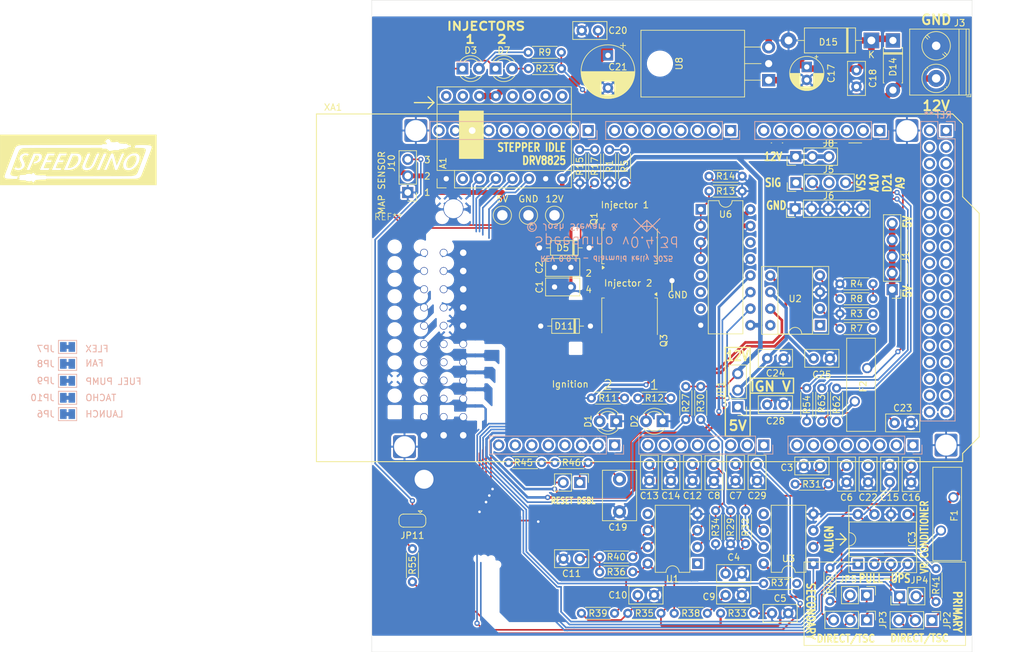
<source format=kicad_pcb>
(kicad_pcb (version 20241229) (generator "pcbnew") (generator_version "9.0")
  (title_block (title "0.4") (date "2021-03-27") (rev "4d") (company "Speeduino"))
  (layers (0 "F.Cu" signal) (2 "B.Cu" signal) (13 "F.Paste" user) (15 "B.Paste" user) (5 "F.SilkS" user "F.Silkscreen") (7 "B.SilkS" user "B.Silkscreen") (1 "F.Mask" user) (3 "B.Mask" user) (25 "Edge.Cuts" user))
  (net 0 "")
  (net 1 "GND")
  (net 2 "O2_Sensor")
  (net 3 "Net-(C4-Pad1)")
  (net 4 "ADC-Clamp-4")
  (net 5 "ADC-Clamp-5")
  (net 6 "TPS_Sensor")
  (net 7 "IAT_Sensor")
  (net 8 "CLT_Sensor")
  (net 9 "ADC-Clamp-3")
  (net 10 "ADC-Clamp-1")
  (net 11 "ADC-Clamp-2")
  (net 12 "VDD")
  (net 13 "12V-SW")
  (net 14 "Net-(D1-Pad2)")
  (net 15 "Net-(D2-Pad2)")
  (net 16 "Net-(D3-Pad2)")
  (net 17 "Net-(D3-Pad1)")
  (net 18 "INJ-1-OUT")
  (net 19 "INJ-2-OUT")
  (net 20 "Net-(D7-Pad2)")
  (net 21 "VRegIn")
  (net 22 "BOOST-OUT")
  (net 23 "MCU-D11")
  (net 24 "MCU-D10")
  (net 25 "Net-(R7-Pad1)")
  (net 26 "Net-(R8-Pad1)")
  (net 27 "IGN-1-OUT")
  (net 28 "IGN-2-OUT")
  (net 29 "MCU-D9")
  (net 30 "MCU-D8")
  (net 31 "MCU-D49")
  (net 32 "MCU-A10")
  (net 33 "MCU-A9")
  (net 34 "ADC-Clamp-6")
  (net 35 "RESET")
  (net 36 "MCU-D21")
  (net 37 "MCU-D20")
  (net 38 "MCU-D16")
  (net 39 "MCU-D6")
  (net 40 "MCU-D7")
  (net 41 "MCU-D24")
  (net 42 "MCU-D38")
  (net 43 "MCU-D40")
  (net 44 "MCU-D45")
  (net 45 "MCU-D47")
  (net 46 "MCU-D50")
  (net 47 "MCU-D52")
  (net 48 "ADC-Clamp-10")
  (net 49 "ADC-Clamp-8")
  (net 50 "ADC-Clamp-9")
  (net 51 "Net-(C19-Pad1)")
  (net 52 "Net-(D11-Pad2)")
  (net 53 "Net-(J5-Pad1)")
  (net 54 "Net-(J5-Pad2)")
  (net 55 "MCU-D17")
  (net 56 "STEP-A2")
  (net 57 "STEP-A1")
  (net 58 "STEP-B1")
  (net 59 "STEP-B2")
  (net 60 "Vdrive")
  (net 61 "HC-1-OUT")
  (net 62 "VR1-")
  (net 63 "VR2-")
  (net 64 "MAP-EXT")
  (net 65 "TACHO-OUT")
  (net 66 "Net-(IC3-Pad2)")
  (net 67 "Net-(IC3-Pad3)")
  (net 68 "PROTO-1")
  (net 69 "PROTO-2")
  (net 70 "PROTO-3")
  (net 71 "CRANK-IN")
  (net 72 "PROTO-4")
  (net 73 "CAM-IN")
  (net 74 "PROTO-5")
  (net 75 "Net-(JP4-Pad2)")
  (net 76 "Net-(JP5-Pad2)")
  (net 77 "FAN-OUT")
  (net 78 "FUELPUMP-OUT")
  (net 79 "Clutch_in")
  (net 80 "Net-(A1-Pad2)")
  (net 81 "Net-(A1-Pad10)")
  (net 82 "Net-(A1-Pad11)")
  (net 83 "Net-(A1-Pad12)")
  (net 84 "VDDA")
  (net 85 "Net-(U2-Pad8)")
  (net 86 "Net-(U2-Pad1)")
  (net 87 "ADC-Clamp-7")
  (net 88 "ADC-Clamp-11")
  (net 89 "ADC-Clamp-12")
  (net 90 "Net-(XA1-PadVIN)")
  (net 91 "Net-(XA1-Pad3V3)")
  (net 92 "Net-(XA1-PadIORF)")
  (net 93 "MCU-D15")
  (net 94 "MCU-D14")
  (net 95 "Net-(XA1-PadSCL)")
  (net 96 "Net-(XA1-PadSDA)")
  (net 97 "Net-(XA1-PadAREF)")
  (net 98 "MCU-D13")
  (net 99 "MCU-D12")
  (net 100 "MCU-A5")
  (net 101 "MCU-A6")
  (net 102 "MCU-A7")
  (net 103 "Net-(XA1-PadA11)")
  (net 104 "Net-(XA1-PadA12)")
  (net 105 "Net-(XA1-PadA13)")
  (net 106 "Net-(XA1-PadA14)")
  (net 107 "Net-(XA1-PadA15)")
  (net 108 "MCU-D22")
  (net 109 "MCU-D23")
  (net 110 "MCU-D25")
  (net 111 "MCU-D26")
  (net 112 "MCU-D27")
  (net 113 "MCU-D28")
  (net 114 "MCU-D29")
  (net 115 "MCU-D30")
  (net 116 "MCU-D31")
  (net 117 "MCU-D32")
  (net 118 "MCU-D33")
  (net 119 "MCU-D34")
  (net 120 "MCU-D35")
  (net 121 "MCU-D36")
  (net 122 "MCU-D37")
  (net 123 "MCU-D39")
  (net 124 "MCU-D41")
  (net 125 "MCU-D42")
  (net 126 "MCU-D43")
  (net 127 "MCU-D44")
  (net 128 "MCU-D46")
  (net 129 "MCU-D48")
  (net 130 "MCU-D53")
  (net 131 "Net-(F2-Pad2)")
  (net 132 "Net-(JP11-Pad3)")
  (net 133 "Net-(JP11-Pad2)")
  (net 134 "Net-(Q1-Pad1)")
  (net 135 "Net-(Q3-Pad1)")
  (footprint "Shields:Arduino_Mega2560_Shield_IO_Only" (layer "F.Cu") (at 110 107.8)
    (property "Reference" "XA1")
    (property "Value" "Arduino_Mega2560_Shield")
  )
  (footprint "Package_DIP:DIP-8_W7.62mm_Socket" (layer "F.Cu") (at 193 123.5 90)
    (property "Reference" "IC3")
    (property "Value" "Trig Cond Socket")
  )
  (footprint "TerminalBlock_Phoenix:TerminalBlock_Phoenix_PT-1,5-2-5.0-H_1x02_P5.00mm_Horizontal" (layer "F.Cu") (at 205 49 90)
    (property "Reference" "J3")
    (property "Value" "Conn_01x02")
  )
  (footprint "Connector_PinHeader_2.54mm:PinHeader_1x05_P2.54mm_Vertical" (layer "F.Cu") (at 198.255 81.4 180)
    (property "Reference" "J1")
    (property "Value" "Conn_01x05")
  )
  (footprint "Connector_PinHeader_2.54mm:PinHeader_1x03_P2.54mm_Vertical" (layer "F.Cu") (at 174.582 99.378 180)
    (property "Reference" "JP1")
    (property "Value" "Ignition Voltage")
  )
  (footprint "Connector_PinHeader_2.54mm:PinHeader_1x03_P2.54mm_Vertical" (layer "F.Cu") (at 194.354 132.08 -90)
    (property "Reference" "JP3")
    (property "Value" "VR-HALL")
  )
  (footprint "Module:Pololu_Breakout-16_15.2x20.3mm" (layer "F.Cu") (at 129.9 64.4 90)
    (property "Reference" "A1")
    (property "Value" "Pololu_Breakout_DRV8825")
  )
  (footprint "Connector_PinHeader_2.54mm:PinHeader_1x03_P2.54mm_Vertical" (layer "F.Cu") (at 183.475 61 90)
    (property "Reference" "J8")
    (property "Value" "Conn_01x03")
  )
  (footprint "Connector_PinHeader_2.54mm:PinHeader_1x04_P2.54mm_Vertical" (layer "F.Cu") (at 183.5 65 90)
    (property "Reference" "J5")
    (property "Value" "Conn_01x04")
  )
  (footprint "Connector_PinHeader_2.54mm:PinHeader_1x05_P2.54mm_Vertical" (layer "F.Cu") (at 183.38 69 90)
    (property "Reference" "J6")
    (property "Value" "Conn_01x05")
  )
  (footprint "Jumper:SolderJumper-3_P1.3mm_Bridged12_RoundedPad1.0x1.5mm" (layer "F.Cu") (at 124.714 116.84 180)
    (property "Reference" "JP11")
    (property "Value" "Jumper_3_Bridged12" (hide yes))
  )
  (footprint "Capacitor_THT:CP_Radial_D8.0mm_P5.00mm" (layer "F.Cu") (at 154.686 45.466 -90)
    (property "Reference" "C21")
    (property "Value" "47uF")
  )
  (footprint "Diode_THT:D_DO-35_SOD27_P7.62mm_Horizontal" (layer "F.Cu") (at 151.81 75 180)
    (property "Reference" "D5")
    (property "Value" "D")
  )
  (footprint "Diode_THT:D_DO-35_SOD27_P7.62mm_Horizontal" (layer "F.Cu") (at 152 87 180)
    (property "Reference" "D11")
    (property "Value" "D")
  )
  (footprint "Diode_THT:D_DO-41_SOD81_P7.62mm_Horizontal" (layer "F.Cu") (at 198.374 43.18 -90)
    (property "Reference" "D14")
    (property "Value" "SB230TA")
  )
  (footprint "Diode_THT:D_DO-15_P12.70mm_Horizontal" (layer "F.Cu") (at 195.072 43.18 180)
    (property "Reference" "D15")
    (property "Value" "D_TVS")
  )
  (footprint "Fuse:Fuse_BelFuse_0ZRE0055FF_L14.0mm_W4.1mm" (layer "F.Cu") (at 205.74 118.364 90)
    (property "Reference" "F1")
    (property "Value" "Polyfuse")
  )
  (footprint "Fuse:Fuse_BelFuse_0ZRE0055FF_L14.0mm_W4.1mm" (layer "F.Cu") (at 192.532 98.552 90)
    (property "Reference" "F2")
    (property "Value" "Polyfuse")
  )
  (footprint "Resistor_THT:R_Axial_DIN0204_L3.6mm_D1.6mm_P5.08mm_Horizontal" (layer "F.Cu") (at 154.94 59.944 -90)
    (property "Reference" "R1")
    (property "Value" "100k")
  )
  (footprint "Resistor_THT:R_Axial_DIN0204_L3.6mm_D1.6mm_P5.08mm_Horizontal" (layer "F.Cu") (at 195.326 85.09 180)
    (property "Reference" "R3")
    (property "Value" "100k")
  )
  (footprint "Resistor_THT:R_Axial_DIN0204_L3.6mm_D1.6mm_P5.08mm_Horizontal" (layer "F.Cu") (at 190.246 80.518)
    (property "Reference" "R4")
    (property "Value" "100k")
  )
  (footprint "Resistor_THT:R_Axial_DIN0204_L3.6mm_D1.6mm_P5.08mm_Horizontal" (layer "F.Cu") (at 157.226 65.024 90)
    (property "Reference" "R5")
    (property "Value" "1k")
  )
  (footprint "Resistor_THT:R_Axial_DIN0204_L3.6mm_D1.6mm_P5.08mm_Horizontal" (layer "F.Cu") (at 190.246 87.376)
    (property "Reference" "R7")
    (property "Value" "1k")
  )
  (footprint "Resistor_THT:R_Axial_DIN0204_L3.6mm_D1.6mm_P5.08mm_Horizontal" (layer "F.Cu") (at 190.246 82.804)
    (property "Reference" "R8")
    (property "Value" "1k")
  )
  (footprint "Resistor_THT:R_Axial_DIN0204_L3.6mm_D1.6mm_P5.08mm_Horizontal" (layer "F.Cu") (at 142.46 45)
    (property "Reference" "R9")
    (property "Value" "2.4k")
  )
  (footprint "Resistor_THT:R_Axial_DIN0204_L3.6mm_D1.6mm_P5.08mm_Horizontal" (layer "F.Cu") (at 152.146 98.044)
    (property "Reference" "R11")
    (property "Value" "2.4k")
  )
  (footprint "Resistor_THT:R_Axial_DIN0204_L3.6mm_D1.6mm_P5.08mm_Horizontal" (layer "F.Cu") (at 170.18 66.294)
    (property "Reference" "R13")
    (property "Value" "100k")
  )
  (footprint "Resistor_THT:R_Axial_DIN0204_L3.6mm_D1.6mm_P5.08mm_Horizontal" (layer "F.Cu") (at 175.26 64.008 180)
    (property "Reference" "R14")
    (property "Value" "100k")
  )
  (footprint "Resistor_THT:R_Axial_DIN0204_L3.6mm_D1.6mm_P5.08mm_Horizontal" (layer "F.Cu") (at 150.368 59.944 -90)
    (property "Reference" "R15")
    (property "Value" "100k")
  )
  (footprint "Resistor_THT:R_Axial_DIN0204_L3.6mm_D1.6mm_P5.08mm_Horizontal" (layer "F.Cu") (at 152.654 65.024 90)
    (property "Reference" "R17")
    (property "Value" "1k")
  )
  (footprint "Resistor_THT:R_Axial_DIN0204_L3.6mm_D1.6mm_P5.08mm_Horizontal" (layer "F.Cu") (at 142.494 47.5)
    (property "Reference" "R23")
    (property "Value" "2.4k")
  )
  (footprint "Resistor_THT:R_Axial_DIN0204_L3.6mm_D1.6mm_P5.08mm_Horizontal" (layer "F.Cu") (at 173.482 120.396 90)
    (property "Reference" "R29")
    (property "Value" "1k")
  )
  (footprint "Resistor_THT:R_Axial_DIN0204_L3.6mm_D1.6mm_P5.08mm_Horizontal" (layer "F.Cu") (at 188.468 111.252 180)
    (property "Reference" "R31")
    (property "Value" "470R")
  )
  (footprint "Resistor_THT:R_Axial_DIN0204_L3.6mm_D1.6mm_P5.08mm_Horizontal" (layer "F.Cu") (at 175.768 115.316 -90)
    (property "Reference" "R32")
    (property "Value" "470R")
  )
  (footprint "Resistor_THT:R_Axial_DIN0204_L3.6mm_D1.6mm_P5.08mm_Horizontal" (layer "F.Cu") (at 171.958 131.064)
    (property "Reference" "R33")
    (property "Value" "2.4k")
  )
  (footprint "Resistor_THT:R_Axial_DIN0204_L3.6mm_D1.6mm_P5.08mm_Horizontal" (layer "F.Cu") (at 171.196 115.316 -90)
    (property "Reference" "R34")
    (property "Value" "470R")
  )
  (footprint "Resistor_THT:R_Axial_DIN0204_L3.6mm_D1.6mm_P5.08mm_Horizontal" (layer "F.Cu") (at 157.734 131.064)
    (property "Reference" "R35")
    (property "Value" "2.49k")
  )
  (footprint "Resistor_THT:R_Axial_DIN0204_L3.6mm_D1.6mm_P5.08mm_Horizontal" (layer "F.Cu") (at 153.416 124.714)
    (property "Reference" "R36")
    (property "Value" "2.49k")
  )
  (footprint "Resistor_THT:R_Axial_DIN0204_L3.6mm_D1.6mm_P5.08mm_Horizontal" (layer "F.Cu") (at 164.846 131.064)
    (property "Reference" "R38")
    (property "Value" "470R")
  )
  (footprint "Resistor_THT:R_Axial_DIN0204_L3.6mm_D1.6mm_P5.08mm_Horizontal" (layer "F.Cu") (at 155.702 131.064 180)
    (property "Reference" "R39")
    (property "Value" "470R")
  )
  (footprint "Resistor_THT:R_Axial_DIN0204_L3.6mm_D1.6mm_P5.08mm_Horizontal" (layer "F.Cu") (at 158.496 122.428 180)
    (property "Reference" "R40")
    (property "Value" "470R")
  )
  (footprint "Resistor_THT:R_Axial_DIN0204_L3.6mm_D1.6mm_P5.08mm_Horizontal" (layer "F.Cu") (at 188.722 129.186 90)
    (property "Reference" "R42")
    (property "Value" "1k")
  )
  (footprint "Resistor_THT:R_Axial_DIN0204_L3.6mm_D1.6mm_P5.08mm_Horizontal" (layer "F.Cu") (at 139.446 107.95)
    (property "Reference" "R45")
    (property "Value" "10k")
  )
  (footprint "Resistor_THT:R_Axial_DIN0204_L3.6mm_D1.6mm_P5.08mm_Horizontal" (layer "F.Cu") (at 151.638 107.95 180)
    (property "Reference" "R46")
    (property "Value" "120R")
  )
  (footprint "Resistor_THT:R_Axial_DIN0204_L3.6mm_D1.6mm_P5.08mm_Horizontal" (layer "F.Cu") (at 185.166 96.52 -90)
    (property "Reference" "R54")
    (property "Value" "1k")
  )
  (footprint "Resistor_THT:R_Axial_DIN0204_L3.6mm_D1.6mm_P5.08mm_Horizontal" (layer "F.Cu") (at 124.714 126.238 90)
    (property "Reference" "R55")
    (property "Value" "470R")
  )
  (footprint "Resistor_THT:R_Axial_DIN0204_L3.6mm_D1.6mm_P5.08mm_Horizontal" (layer "F.Cu") (at 189.738 96.52 -90)
    (property "Reference" "R62")
    (property "Value" "470R")
  )
  (footprint "Resistor_THT:R_Axial_DIN0204_L3.6mm_D1.6mm_P5.08mm_Horizontal" (layer "F.Cu") (at 187.47 101.6 90)
    (property "Reference" "R63")
    (property "Value" "470R")
  )
  (footprint "Package_DIP:DIP-8_W7.62mm" (layer "F.Cu") (at 168.402 123.444 180)
    (property "Reference" "U1")
    (property "Value" "SP721")
  )
  (footprint "Package_DIP:DIP-8_W7.62mm_Socket" (layer "F.Cu") (at 187.198 86.868 180)
    (property "Reference" "U2")
    (property "Value" "TC4424A")
  )
  (footprint "Package_DIP:DIP-8_W7.62mm" (layer "F.Cu") (at 186.182 123.444 180)
    (property "Reference" "U3")
    (property "Value" "SP721")
  )
  (footprint "Package_DIP:DIP-16_W7.62mm" (layer "F.Cu") (at 168.91 69.088)
    (property "Reference" "U6")
    (property "Value" "ULN2003")
  )
  (footprint "LED_THT:LED_D3.0mm" (layer "F.Cu") (at 137.46 47.5)
    (property "Reference" "D7")
    (property "Value" "LED")
  )
  (footprint "LED_THT:LED_D3.0mm" (layer "F.Cu") (at 155.956 101.6 180)
    (property "Reference" "D1")
    (property "Value" "LED")
  )
  (footprint "LED_THT:LED_D3.0mm" (layer "F.Cu") (at 163.068 101.6 180)
    (property "Reference" "D2")
    (property "Value" "LED")
  )
  (footprint "LED_THT:LED_D3.0mm" (layer "F.Cu") (at 132.38 47.5)
    (property "Reference" "D3")
    (property "Value" "LED")
  )
  (footprint "Package_TO_SOT_THT:TO-220-3_Horizontal_TabDown" (layer "F.Cu") (at 179.324 49.276 90)
    (property "Reference" "U8")
    (property "Value" "LM2940S-5.0")
  )
  (footprint "Resistor_THT:R_Axial_DIN0204_L3.6mm_D1.6mm_P5.08mm_Horizontal" (layer "F.Cu") (at 204.978 129.286 90)
    (property "Reference" "R41")
    (property "Value" "1k")
  )
  (footprint "Connector_PinHeader_2.54mm:PinHeader_1x03_P2.54mm_Vertical" (layer "F.Cu") (at 204.354 132.132 -90)
    (property "Reference" "JP2")
    (property "Value" "VR-HALL")
  )
  (footprint "Connector_PinHeader_2.54mm:PinHeader_1x02_P2.54mm_Vertical" (layer "F.Cu") (at 199.39 128.432 90)
    (property "Reference" "JP4")
    (property "Value" "PULL-UP")
  )
  (footprint "Connector_PinHeader_2.54mm:PinHeader_1x02_P2.54mm_Vertical" (layer "F.Cu") (at 194.354 128.27 -90)
    (property "Reference" "JP5")
    (property "Value" "PULL-UP")
  )
  (footprint "Capacitor_THT:CP_Radial_D5.0mm_P2.00mm" (layer "F.Cu") (at 185.166 47.244 -90)
    (property "Reference" "C17")
    (property "Value" "10uF")
  )
  (footprint "Misc:Speeduino logo_sml" (layer "F.Cu") (at 73.5 61.5)
    (property "Reference" "G***" (hide yes))
    (property "Value" "LOGO" (hide yes))
  )
  (footprint "Resistor_THT:R_Axial_DIN0204_L3.6mm_D1.6mm_P5.08mm_Horizontal" (layer "F.Cu") (at 168.91 101.346 90)
    (property "Reference" "R30")
    (property "Value" "3.9k")
  )
  (footprint "Resistor_THT:R_Axial_DIN0204_L3.6mm_D1.6mm_P5.08mm_Horizontal" (layer "F.Cu") (at 166.624 101.346 90)
    (property "Reference" "R27")
    (property "Value" "10k")
  )
  (footprint "Resistor_THT:R_Axial_DIN0204_L3.6mm_D1.6mm_P5.08mm_Horizontal" (layer "F.Cu") (at 159.258 98.044)
    (property "Reference" "R12")
    (property "Value" "2.4k")
  )
  (footprint "Resistor_THT:R_Axial_DIN0204_L3.6mm_D1.6mm_P5.08mm_Horizontal" (layer "F.Cu") (at 178.562 126.492)
    (property "Reference" "R37")
    (property "Value" "1k")
  )
  (footprint "Capacitor_THT:C_Disc_D5.0mm_W2.5mm_P2.50mm" (layer "F.Cu") (at 149 81 180)
    (property "Reference" "C1")
    (property "Value" "0.01uF")
  )
  (footprint "Capacitor_THT:C_Disc_D5.0mm_W2.5mm_P2.50mm" (layer "F.Cu") (at 149 78 180)
    (property "Reference" "C2")
    (property "Value" "1uF")
  )
  (footprint "Capacitor_THT:C_Disc_D5.0mm_W2.5mm_P2.50mm" (layer "F.Cu") (at 187.198 108.458 180)
    (property "Reference" "C3")
    (property "Value" "0.1uF")
  )
  (footprint "Capacitor_THT:C_Disc_D5.0mm_W2.5mm_P2.50mm" (layer "F.Cu") (at 172.72 124.968)
    (property "Reference" "C4")
    (property "Value" "0.1uF")
  )
  (footprint "Capacitor_THT:C_Disc_D5.0mm_W2.5mm_P2.50mm" (layer "F.Cu") (at 179.832 131.064)
    (property "Reference" "C5")
    (property "Value" "0.22uF")
  )
  (footprint "Capacitor_THT:C_Disc_D5.0mm_W2.5mm_P2.50mm" (layer "F.Cu") (at 191.262 108.458 -90)
    (property "Reference" "C6")
    (property "Value" "0.22uF")
  )
  (footprint "Capacitor_THT:C_Disc_D5.0mm_W2.5mm_P2.50mm" (layer "F.Cu") (at 174.244 108.204 -90)
    (property "Reference" "C7")
    (property "Value" "0.22uF")
  )
  (footprint "Capacitor_THT:C_Disc_D5.0mm_W2.5mm_P2.50mm" (layer "F.Cu") (at 170.942 110.744 90)
    (property "Reference" "C8")
    (property "Value" "470pf")
  )
  (footprint "Capacitor_THT:C_Disc_D5.0mm_W2.5mm_P2.50mm" (layer "F.Cu") (at 172.72 128.27)
    (property "Reference" "C9")
    (property "Value" "0.1uF")
  )
  (footprint "Capacitor_THT:C_Disc_D5.0mm_W2.5mm_P2.50mm" (layer "F.Cu") (at 159.258 128.27)
    (property "Reference" "C10")
    (property "Value" "0.1uF")
  )
  (footprint "Capacitor_THT:C_Disc_D5.0mm_W2.5mm_P2.50mm" (layer "F.Cu") (at 150.368 122.682 180)
    (property "Reference" "C11")
    (property "Value" "0.1uF")
  )
  (footprint "Capacitor_THT:C_Disc_D5.0mm_W2.5mm_P2.50mm" (layer "F.Cu") (at 167.64 108.204 -90)
    (property "Reference" "C12")
    (property "Value" "0.22uF")
  )
  (footprint "Capacitor_THT:C_Disc_D5.0mm_W2.5mm_P2.50mm" (layer "F.Cu") (at 161.036 108.204 -90)
    (property "Reference" "C13")
    (property "Value" "0.22uF")
  )
  (footprint "Capacitor_THT:C_Disc_D5.0mm_W2.5mm_P2.50mm" (layer "F.Cu") (at 164.338 108.204 -90)
    (property "Reference" "C14")
    (property "Value" "0.22uF")
  )
  (footprint "Capacitor_THT:C_Disc_D5.0mm_W2.5mm_P2.50mm" (layer "F.Cu") (at 197.866 108.458 -90)
    (property "Reference" "C15")
    (property "Value" "0.01uF")
  )
  (footprint "Capacitor_THT:C_Disc_D5.0mm_W2.5mm_P2.50mm" (layer "F.Cu") (at 201.168 110.998 90)
    (property "Reference" "C16")
    (property "Value" "0.1uF")
  )
  (footprint "Capacitor_THT:C_Disc_D5.0mm_W2.5mm_P2.50mm" (layer "F.Cu") (at 192.786 47.752 -90)
    (property "Reference" "C18")
    (property "Value" "0.1uF")
  )
  (footprint "Capacitor_THT:C_Disc_D5.0mm_W2.5mm_P2.50mm" (layer "F.Cu") (at 153.162 41.656 180)
    (property "Reference" "C20")
    (property "Value" "0.1uF")
  )
  (footprint "Capacitor_THT:C_Disc_D5.0mm_W2.5mm_P2.50mm" (layer "F.Cu") (at 194.564 108.458 -90)
    (property "Reference" "C22")
    (property "Value" "0.1uF")
  )
  (footprint "Capacitor_THT:C_Disc_D5.0mm_W2.5mm_P2.50mm" (layer "F.Cu") (at 198.628 101.854)
    (property "Reference" "C23")
    (property "Value" "0.1uF")
  )
  (footprint "Capacitor_THT:C_Disc_D5.0mm_W2.5mm_P2.50mm" (layer "F.Cu") (at 181.61 91.948 180)
    (property "Reference" "C24")
    (property "Value" "0.1uF")
  )
  (footprint "Capacitor_THT:C_Disc_D5.0mm_W2.5mm_P2.50mm" (layer "F.Cu") (at 188.722 91.948 180)
    (property "Reference" "C25")
    (property "Value" "1uF")
  )
  (footprint "Capacitor_THT:C_Disc_D5.0mm_W2.5mm_P2.50mm" (layer "F.Cu") (at 181.61 99.06 180)
    (property "Reference" "C28")
    (property "Value" "0.1uF")
  )
  (footprint "Capacitor_THT:C_Disc_D5.0mm_W2.5mm_P2.50mm" (layer "F.Cu") (at 177.546 108.204 -90)
    (property "Reference" "C29")
    (property "Value" "470pf")
  )
  (footprint "Connector_PinHeader_2.54mm:PinHeader_1x02_P2.54mm_Vertical" (layer "F.Cu") (at 150.368 110.998 -90)
    (property "Reference" "JP12" (hide yes))
    (property "Value" "Jumper_NO_Small")
  )
  (footprint "Capacitor_THT:C_Disc_D7.5mm_W5.0mm_P5.00mm" (layer "F.Cu") (at 156.464 110.49 -90)
    (property "Reference" "C19")
    (property "Value" "22uF")
  )
  (footprint "Connector_PinHeader_2.54mm:PinHeader_1x03_P2.54mm_Vertical" (layer "F.Cu") (at 124 66.5 180)
    (property "Reference" "J10")
    (property "Value" "Conn_01x03")
  )
  (footprint "TestPoint:TestPoint_Keystone_5000-5004_Miniature" (layer "F.Cu") (at 138.5 70)
    (property "Reference" "5V")
    (property "Value" "TestPoint_Keystone_5000-5004_Miniature" (hide yes))
  )
  (footprint "TestPoint:TestPoint_Keystone_5000-5004_Miniature" (layer "F.Cu") (at 142.5 70)
    (property "Reference" "GND")
    (property "Value" "TestPoint_Keystone_5000-5004_Miniature" (hide yes))
  )
  (footprint "" (layer "F.Cu") (at 123.5 105.5)
    (property "Reference" "")
    (property "Value" "")
  )
  (footprint "" (layer "F.Cu") (at 125 57)
    (property "Reference" "")
    (property "Value" "")
  )
  (footprint "user-made:6189-7106" (layer "F.Cu") (at 126.5 75.75)
    (property "Reference" "REF**")
    (property "Value" "6189-7106")
  )
  (footprint "Package_TO_SOT_SMD:LFPAK88" (layer "F.Cu") (at 158 74.08 90)
    (property "Reference" "Q1")
    (property "Value" "LFPAK88")
  )
  (footprint "Package_TO_SOT_SMD:LFPAK88" (layer "F.Cu") (at 158 86.05 -90)
    (property "Reference" "Q3")
    (property "Value" "LFPAK88")
  )
  (footprint "" (layer "F.Cu") (at 206.5 105.5)
    (property "Reference" "")
    (property "Value" "")
  )
  (footprint "TestPoint:TestPoint_Keystone_5000-5004_Miniature" (layer "F.Cu") (at 146.5 70)
    (property "Reference" "12V")
    (property "Value" "TestPoint_Keystone_5000-5004_Miniature" (hide yes))
  )
  (footprint "" (layer "F.Cu") (at 200 57)
    (property "Reference" "")
    (property "Value" "")
  )
  (footprint "Jumper:SolderJumper-2_P1.3mm_Bridged_Pad1.0x1.5mm" (layer "B.Cu") (at 71.85 92.8 180)
    (property "Reference" "JP8")
    (property "Value" "SolderJumper_2_Bridged" (hide yes))
  )
  (footprint "Jumper:SolderJumper-2_P1.3mm_Bridged_Pad1.0x1.5mm" (layer "B.Cu") (at 71.85 100.5 180)
    (property "Reference" "JP6")
    (property "Value" "SolderJumper_2_Bridged" (hide yes))
  )
  (footprint "Jumper:SolderJumper-2_P1.3mm_Bridged_Pad1.0x1.5mm" (layer "B.Cu") (at 71.85 90.2 180)
    (property "Reference" "JP7")
    (property "Value" "SolderJumper_2_Bridged" (hide yes))
  )
  (footprint "Jumper:SolderJumper-2_P1.3mm_Bridged_Pad1.0x1.5mm" (layer "B.Cu") (at 71.85 95.4 180)
    (property "Reference" "JP9")
    (property "Value" "SolderJumper_2_Bridged" (hide yes))
  )
  (footprint "Jumper:SolderJumper-2_P1.3mm_Bridged_Pad1.0x1.5mm" (layer "B.Cu") (at 71.85 98 180)
    (property "Reference" "JP10")
    (property "Value" "SolderJumper_2_Bridged" (hide yes))
  )
  (footprint "Connector_PinHeader_2.54mm:PinHeader_1x08_P2.54mm_Vertical" (layer "B.Cu") (at 201.45 105.25 90)
    (property "Reference" "REF**" (hide yes))
    (property "Value" "PinHeader_1x08_P2.54mm_Vertical")
  )
  (footprint "Connector_PinHeader_2.54mm:PinHeader_1x08_P2.54mm_Vertical" (layer "B.Cu") (at 173.5 57 90)
    (property "Reference" "REF**" (hide yes))
    (property "Value" "PinHeader_1x08_P2.54mm_Vertical")
  )
  (footprint "Connector_PinHeader_2.54mm:PinHeader_1x08_P2.54mm_Vertical" (layer "B.Cu") (at 155.71 105.25 90)
    (property "Reference" "REF**" (hide yes))
    (property "Value" "PinHeader_1x08_P2.54mm_Vertical" (hide yes))
  )
  (footprint "Connector_PinHeader_2.54mm:PinHeader_1x08_P2.54mm_Vertical" (layer "B.Cu") (at 178.58 105.25 90)
    (property "Reference" "REF**" (hide yes))
    (property "Value" "PinHeader_1x08_P2.54mm_Vertical")
  )
  (footprint "Connector_PinHeader_2.54mm:PinHeader_1x08_P2.54mm_Vertical" (layer "B.Cu") (at 196.35 57 90)
    (property "Reference" "REF**" (hide yes))
    (property "Value" "PinHeader_1x08_P2.54mm_Vertical")
  )
  (footprint "Connector_PinHeader_2.54mm:PinHeader_1x10_P2.54mm_Vertical" (layer "B.Cu") (at 151.65 57 90)
    (property "Reference" "REF**" (hide yes))
    (property "Value" "PinHeader_1x10_P2.54mm_Vertical")
  )
  (footprint "Connector_PinHeader_2.54mm:PinHeader_2x18_P2.54mm_Vertical" (layer "B.Cu") (at 206.53 57 180)
    (property "Reference" "REF**")
    (property "Value" "PinHeader_2x18_P2.54mm_Vertical")
  )
  (gr_line (start 193.6 58.9) (end 191.6 58.9) (stroke (width 0.12)) (layer "F.SilkS"))
  (gr_line (start 128.016 52.716) (end 127.116 53.616) (stroke (width 0.2)) (layer "F.SilkS"))
  (gr_line (start 125.016 52.716) (end 128.016 52.716) (stroke (width 0.2)) (layer "F.SilkS"))
  (gr_line (start 128.016 52.716) (end 127.116 51.816) (stroke (width 0.2)) (layer "F.SilkS"))
  (gr_line (start 176.482 103.878) (end 176.482 90.278) (stroke (width 0.2)) (layer "F.SilkS"))
  (gr_line (start 164.5 80.5) (end 164.5 81.5) (stroke (width 0.2)) (layer "F.SilkS"))
  (gr_line (start 187.7 58.9) (end 189.8 58.9) (stroke (width 0.12)) (layer "F.SilkS"))
  (gr_line (start 200.6 75.5) (end 200.6 72.2) (stroke (width 0.12)) (layer "F.SilkS"))
  (gr_line (start 200.6 80.5) (end 200.6 77.4) (stroke (width 0.12)) (layer "F.SilkS"))
  (gr_line (start 191.2 119.7) (end 190.3 120.6) (stroke (width 0.2)) (layer "F.SilkS"))
  (gr_line (start 209.504 135.99) (end 209.504 123.19) (stroke (width 0.12)) (layer "F.SilkS"))
  (gr_line (start 184.754 123.19) (end 184.754 135.99) (stroke (width 0.12)) (layer "F.SilkS"))
  (gr_line (start 172.682 90.278) (end 176.482 90.278) (stroke (width 0.2)) (layer "F.SilkS"))
  (gr_line (start 183.134 97.282) (end 176.53 97.282) (stroke (width 0.2)) (layer "F.SilkS"))
  (gr_line (start 191.2 119.7) (end 190.3 118.8) (stroke (width 0.2)) (layer "F.SilkS"))
  (gr_line (start 184.754 135.99) (end 209.504 135.99) (stroke (width 0.12)) (layer "F.SilkS"))
  (gr_line (start 209.504 123.19) (end 184.754 123.19) (stroke (width 0.12)) (layer "F.SilkS"))
  (gr_line (start 179.8 58.9) (end 179.7 58.9) (stroke (width 0.12)) (layer "F.SilkS"))
  (gr_line (start 181.5 58.9) (end 181.4 58.9) (stroke (width 0.12)) (layer "F.SilkS"))
  (gr_line (start 172.682 103.878) (end 172.682 90.278) (stroke (width 0.2)) (layer "F.SilkS"))
  (gr_line (start 189.6 119.7) (end 191.2 119.7) (stroke (width 0.2)) (layer "F.SilkS"))
  (gr_line (start 183.134 94.996) (end 183.134 97.282) (stroke (width 0.2)) (layer "F.SilkS"))
  (gr_line (start 172.682 103.878) (end 176.49 103.886) (stroke (width 0.2)) (layer "F.SilkS"))
  (gr_line (start 176.53 94.996) (end 183.134 94.996) (stroke (width 0.2)) (layer "F.SilkS"))
  (gr_poly (pts (xy 131.9 54) (xy 135.6 54) (xy 135.6 61.3) (xy 131.9 61.3)) (stroke (width 0.1)) (fill yes) (layer "F.SilkS"))
  (gr_line (start 160.652 70.768587) (end 160.652 72.368587) (stroke (width 0.15)) (layer "B.SilkS"))
  (gr_line (start 162.652 70.514587) (end 160.652 72.514587) (stroke (width 0.15)) (layer "B.SilkS"))
  (gr_line (start 160.652 70.768587) (end 162.652 72.768587) (stroke (width 0.15)) (layer "B.SilkS"))
  (gr_line (start 159.852 71.696587) (end 161.452 71.696587) (stroke (width 0.15)) (layer "B.SilkS"))
  (gr_line (start 158.652 70.514587) (end 160.652 72.514587) (stroke (width 0.15)) (layer "B.SilkS"))
  (gr_line (start 158.652 72.768587) (end 160.652 70.768587) (stroke (width 0.15)) (layer "B.SilkS"))
  (gr_line (start 210.5 37) (end 210.5 137) (stroke (width 0.05)) (layer "Edge.Cuts"))
  (gr_line (start 118.5 37) (end 210.5 37) (stroke (width 0.05)) (layer "Edge.Cuts"))
  (gr_line (start 118.5 137) (end 118.5 37) (stroke (width 0.05)) (layer "Edge.Cuts"))
  (gr_line (start 210.5 137) (end 118.5 137) (stroke (width 0.05)) (layer "Edge.Cuts"))
  (gr_text "VSS" (at 193.5 65 90) (layer "F.SilkS") (effects (font (size 1.25 1) (thickness 0.25))))
  (gr_text "GND" (at 180.5 68.5 0) (layer "F.SilkS") (effects (font (size 1.25 1) (thickness 0.25))))
  (gr_text "STEPPER IDLE\nDRV8825" (at 148.4 60.6 0) (layer "F.SilkS") (effects (font (size 1.25 1) (thickness 0.25)) (justify right)))
  (gr_text "5V" (at 200.6 71 90) (layer "F.SilkS") (effects (font (size 1.25 1) (thickness 0.25))))
  (gr_text "5V" (at 200.6 81.7 90) (layer "F.SilkS") (effects (font (size 1.25 1) (thickness 0.25))))
  (gr_text "12V" (at 180 61 0) (layer "F.SilkS") (effects (font (size 1.25 1) (thickness 0.25))))
  (gr_text "12V" (at 205 53.2 0) (layer "F.SilkS") (effects (font (size 1.5 1.5) (thickness 0.3))))
  (gr_text "GND" (at 205 40 0) (layer "F.SilkS") (effects (font (size 1.5 1.5) (thickness 0.3))))
  (gr_text "A9" (at 199.5 65 90) (layer "F.SilkS") (effects (font (size 1.25 1) (thickness 0.25))))
  (gr_text "RESET DSBL" (at 149.352 113.792 0) (layer "F.SilkS") (effects (font (size 1 0.75) (thickness 0.1875))))
  (gr_text "A10" (at 195.5 65 90) (layer "F.SilkS") (effects (font (size 1.25 1) (thickness 0.25))))
  (gr_text "VR CONDITIONER" (at 203.2 119.38 90) (layer "F.SilkS") (effects (font (size 1.15 0.9) (thickness 0.22))))
  (gr_text "ALIGN" (at 188.6 119.7 90) (layer "F.SilkS") (effects (font (size 1.25 1) (thickness 0.25))))
  (gr_text "SECONDARY" (at 185.754 130.74 270) (layer "F.SilkS") (effects (font (size 1.25 1) (thickness 0.25))))
  (gr_text "PRIMARY" (at 208.254 130.84 270) (layer "F.SilkS") (effects (font (size 1.25 1) (thickness 0.25))))
  (gr_text "DIRECT/TSC" (at 191.154 134.94 0) (layer "F.SilkS") (effects (font (size 1.15 1) (thickness 0.25))))
  (gr_text "INJECTORS\n1   2\n" (at 136 42 0) (layer "F.SilkS") (effects (font (size 1.25 1.5) (thickness 0.3))))
  (gr_text "12V" (at 174.532 91.578 0) (layer "F.SilkS") (effects (font (size 1.5 1.25) (thickness 0.3))))
  (gr_text "PULL-UPS" (at 197.104 125.73 0) (layer "F.SilkS") (effects (font (size 1.25 1) (thickness 0.25))))
  (gr_text "DIRECT/TSC" (at 202.438 134.874 0) (layer "F.SilkS") (effects (font (size 1.15 1) (thickness 0.25))))
  (gr_text "Injector 2" (at 154 81 0) (layer "F.SilkS") (effects (font (size 1 1)) (justify left bottom)))
  (gr_text "1" (at 127 66.5 0) (layer "F.SilkS") (effects (font (size 1 1))))
  (gr_text "MAP SENSOR" (at 120 65 90) (layer "F.SilkS") (effects (font (size 1 1))))
  (gr_text "Injector 1" (at 153.5 69 0) (layer "F.SilkS") (effects (font (size 1 1)) (justify left bottom)))
  (gr_text "GND" (at 163.76 82.8 0) (layer "F.SilkS") (effects (font (size 1 1)) (justify left bottom)))
  (gr_text "4" (at 151.734331 81.402587 0) (layer "F.SilkS") (effects (font (size 1 1))))
  (gr_text "2" (at 151.734331 78.902587 0) (layer "F.SilkS") (effects (font (size 1 1))))
  (gr_text "D21" (at 197.5 65 90) (layer "F.SilkS") (effects (font (size 1.25 1) (thickness 0.25))))
  (gr_text "SIG\n" (at 180 65 0) (layer "F.SilkS") (effects (font (size 1.25 1) (thickness 0.25))))
  (gr_text "IGN V" (at 179.578 96.266 0) (layer "F.SilkS") (effects (font (size 1.5 1.5) (thickness 0.3))))
  (gr_text "2" (at 127 64 0) (layer "F.SilkS") (effects (font (size 1 1))))
  (gr_text "3" (at 127 61.5 0) (layer "F.SilkS") (effects (font (size 1 1))))
  (gr_text "Ignition" (at 146 96.5 0) (layer "F.SilkS") (effects (font (size 1 1)) (justify left bottom)))
  (gr_text "5V" (at 174.582 102.278 0) (layer "F.SilkS") (effects (font (size 1.5 1.5) (thickness 0.3))))
  (gr_text "TACHO" (at 74.5 98 0) (layer "B.SilkS") (effects (font (size 1 1)) (justify right mirror)))
  (gr_text "FUEL PUMP" (at 74.5 95.5 0) (layer "B.SilkS") (effects (font (size 1 1)) (justify right mirror)))
  (gr_text "FAN" (at 74.5 92.7 0) (layer "B.SilkS") (effects (font (size 1 1)) (justify right mirror)))
  (gr_text "FLEX" (at 74.5 90.5 0) (layer "B.SilkS") (effects (font (size 1 1)) (justify right mirror)))
  (gr_text "REV 0.0.1 - diarmuid kelly 2025" (at 154.5 76.622587 180) (layer "B.SilkS") (effects (font (size 0.8 0.8)) (justify mirror)))
  (gr_text "Speeduino v0.4.3d" (at 154.456 74.070587 180) (layer "B.SilkS") (effects (font (size 1.6 1.6)) (justify mirror)))
  (gr_text "© Josh Stewart & " (at 149.63 71.784587 180) (layer "B.SilkS") (effects (font (size 1 1)) (justify mirror)))
  (gr_text "LAUNCH" (at 74.5 100.5 0) (layer "B.SilkS") (effects (font (size 1 1)) (justify right mirror)))
  (segment (start 145.14 67.36) (end 142.5 70) (width 0.5) (layer "F.Cu") (net 1))
  (segment (start 149 78) (end 149 81) (width 0.5) (layer "F.Cu") (net 1))
  (segment (start 142.5 70) (end 144.5 72) (width 0.5) (layer "F.Cu") (net 1))
  (segment (start 145.14 64.4) (end 145.14 67.36) (width 0.5) (layer "F.Cu") (net 1))
  (segment (start 149 72) (end 149 78) (width 0.5) (layer "F.Cu") (net 1))
  (segment (start 144.5 72) (end 149 72) (width 0.5) (layer "F.Cu") (net 1))
  (segment (start 164.5 80.03) (end 157.13 80.03) (width 0.25) (layer "F.Cu") (net 1))
  (segment (start 161.8 82.23) (end 161 82.23) (width 0.25) (layer "F.Cu") (net 1))
  (segment (start 164 80.03) (end 161.8 82.23) (width 0.25) (layer "F.Cu") (net 1))
  (segment (start 164.5 80.03) (end 164 80.03) (width 0.25) (layer "F.Cu") (net 1))
  (segment (start 157.13 80.03) (end 155 77.9) (width 0.25) (layer "F.Cu") (net 1))
  (via (at 164.5 80.03) (size 1.6) (drill 0.8) (layers "F.Cu" "B.Cu") (net 1))
  (segment (start 201.208 110.744) (end 201.329002 110.744) (width 0.25) (layer "B.Cu") (net 1))
  (segment (start 200.66 110.744) (end 201.168 110.744) (width 0.25) (layer "B.Cu") (net 1))
  (segment (start 187.198 108.458) (end 184.404 111.252) (width 0.25) (layer "F.Cu") (net 2))
  (segment (start 184.404 111.252) (end 183.388 111.252) (width 0.25) (layer "F.Cu") (net 2))
  (segment (start 173.482 115.316) (end 173.482 118.11) (width 0.25) (layer "F.Cu") (net 3))
  (segment (start 175.768 120.65) (end 175.768 120.396) (width 0.25) (layer "F.Cu") (net 3))
  (segment (start 173.482 118.11) (end 175.768 120.396) (width 0.25) (layer "F.Cu") (net 3))
  (segment (start 172.72 123.698) (end 175.768 120.65) (width 0.25) (layer "F.Cu") (net 3))
  (segment (start 172.72 124.968) (end 172.72 123.698) (width 0.25) (layer "F.Cu") (net 3))
  (segment (start 172.466 109.600798) (end 172.212 109.346798) (width 0.25) (layer "B.Cu") (net 3))
  (segment (start 172.212 109.346798) (end 172.212 104.648) (width 0.25) (layer "B.Cu") (net 3))
  (segment (start 172.212 104.648) (end 168.91 101.346) (width 0.25) (layer "B.Cu") (net 3))
  (segment (start 173.482 115.316) (end 172.466 114.3) (width 0.25) (layer "B.Cu") (net 3))
  (segment (start 172.466 114.3) (end 172.466 109.600798) (width 0.25) (layer "B.Cu") (net 3))
  (segment (start 160.782 118.364) (end 162.161001 116.984999) (width 0.25) (layer "F.Cu") (net 5))
  (segment (start 160.782 118.364) (end 157.470999 121.675001) (width 0.25) (layer "F.Cu") (net 5))
  (segment (start 162.161001 116.984999) (end 162.161001 109.329001) (width 0.25) (layer "F.Cu") (net 5))
  (segment (start 162.161001 109.329001) (end 161.036 108.204) (width 0.25) (layer "F.Cu") (net 5))
  (segment (start 157.470999 129.295001) (end 155.702 131.064) (width 0.25) (layer "F.Cu") (net 5))
  (segment (start 157.470999 121.675001) (end 157.470999 129.295001) (width 0.25) (layer "F.Cu") (net 5))
  (segment (start 172.72 128.27) (end 169.926 131.064) (width 0.25) (layer "F.Cu") (net 6))
  (segment (start 157.734 131.064) (end 156.708999 132.089001) (width 0.25) (layer "F.Cu") (net 7))
  (segment (start 151.647001 132.089001) (end 150.622 131.064) (width 0.25) (layer "F.Cu") (net 7))
  (segment (start 159.258 128.27) (end 159.258 129.54) (width 0.25) (layer "F.Cu") (net 7))
  (segment (start 156.708999 132.089001) (end 151.647001 132.089001) (width 0.25) (layer "F.Cu") (net 7))
  (segment (start 159.258 129.54) (end 157.734 131.064) (width 0.25) (layer "F.Cu") (net 7))
  (segment (start 150.622 122.428) (end 150.368 122.682) (width 0.25) (layer "F.Cu") (net 8))
  (segment (start 153.416 122.428) (end 150.622 122.428) (width 0.25) (layer "F.Cu") (net 8))
  (segment (start 153.416 122.428) (end 153.416 124.714) (width 0.25) (layer "F.Cu") (net 8))
  (segment (start 167.64 108.204) (end 169.672 110.236) (width 0.25) (layer "F.Cu") (net 9))
  (segment (start 169.672 110.236) (end 169.672 117.094) (width 0.25) (layer "F.Cu") (net 9))
  (segment (start 164.846 121.92) (end 164.846 131.064) (width 0.25) (layer "F.Cu") (net 9))
  (segment (start 168.402 118.364) (end 164.846 121.92) (width 0.25) (layer "F.Cu") (net 9))
  (segment (start 169.672 117.094) (end 168.402 118.364) (width 0.25) (layer "F.Cu") (net 9))
  (segment (start 172.466 109.768) (end 172.466 114.046) (width 0.25) (layer "F.Cu") (net 11))
  (segment (start 168.402 120.904) (end 171.196 118.11) (width 0.25) (layer "F.Cu") (net 11))
  (segment (start 170.942 108.244) (end 172.466 109.768) (width 0.25) (layer "F.Cu") (net 11))
  (segment (start 171.196 118.11) (end 171.196 115.316) (width 0.25) (layer "F.Cu") (net 11))
  (segment (start 172.466 114.046) (end 171.196 115.316) (width 0.25) (layer "F.Cu") (net 11))
  (segment (start 208.28 54.356) (end 208.28 58.42) (width 0.25) (layer "F.Cu") (net 12))
  (segment (start 209 112.056) (end 209 59.48) (width 0.5) (layer "F.Cu") (net 12))
  (segment (start 123.5 63.46) (end 124 63.96) (width 0.25) (layer "F.Cu") (net 12))
  (segment (start 138.5 70) (end 141.5 73) (width 0.75) (layer "F.Cu") (net 12))
  (segment (start 124 63.96) (end 126.96 63.96) (width 0.75) (layer "F.Cu") (net 12))
  (segment (start 154.686 45.466) (end 154.94 45.212) (width 1) (layer "F.Cu") (net 12))
  (segment (start 139.22 50) (end 139.436 49.784) (width 0.75) (layer "F.Cu") (net 12))
  (segment (start 154.94 43.688) (end 154.94 43.942) (width 0.25) (layer "F.Cu") (net 12))
  (segment (start 153.162 46.922988) (end 152.620494 47.464494) (width 0.25) (layer "F.Cu") (net 12))
  (segment (start 154.94 43.942) (end 154.432 43.942) (width 1) (layer "F.Cu") (net 12))
  (segment (start 209 59.48) (end 208.11 58.59) (width 0.5) (layer "F.Cu") (net 12))
  (segment (start 200.62 115.88) (end 205.176 115.88) (width 0.5) (layer "F.Cu") (net 12))
  (segment (start 149.86 49.784) (end 152.620494 47.023506) (width 1) (layer "F.Cu") (net 12))
  (segment (start 128 65) (end 128 66.5) (width 0.75) (layer "F.Cu") (net 12))
  (segment (start 154.178 45.466) (end 154.686 45.466) (width 1) (layer "F.Cu") (net 12))
  (segment (start 208.28 58.42) (end 208.11 58.59) (width 0.25) (layer "F.Cu") (net 12))
  (segment (start 157.734 40.894) (end 207.264 40.894) (width 1) (layer "F.Cu") (net 12))
  (segment (start 149.098 49.276) (end 149.098 49.784) (width 1) (layer "F.Cu") (net 12))
  (segment (start 149.098 49.784) (end 149.86 49.784) (width 1) (layer "F.Cu") (net 12))
  (segment (start 154.432 43.942) (end 149.098 49.276) (width 1) (layer "F.Cu") (net 12))
  (segment (start 207.264 40.894) (end 208.28 41.91) (width 1) (layer "F.Cu") (net 12))
  (segment (start 153.162 41.656) (end 153.162 46.922988) (width 0.25) (layer "F.Cu") (net 12))
  (segment (start 128 66.5) (end 138.5 66.5) (width 0.75) (layer "F.Cu") (net 12))
  (segment (start 126.96 63.96) (end 128 65) (width 0.75) (layer "F.Cu") (net 12))
  (segment (start 134.98 51.7) (end 137.52 51.7) (width 1) (layer "F.Cu") (net 12))
  (segment (start 146.5 78) (end 146.5 81) (width 0.75) (layer "F.Cu") (net 12))
  (segment (start 205.176 115.88) (end 209 112.056) (width 0.5) (layer "F.Cu") (net 12))
  (segment (start 179.324 44.196) (end 179.324 41.402) (width 1) (layer "F.Cu") (net 12))
  (segment (start 122.5 63.46) (end 123.5 63.46) (width 0.75) (layer "F.Cu") (net 12))
  (segment (start 144.526 107.95) (end 146.558 107.95) (width 0.25) (layer "F.Cu") (net 12))
  (segment (start 146.5 73) (end 146.5 78) (width 0.75) (layer "F.Cu") (net 12))
  (segment (start 127.8 50) (end 139.22 50) (width 0.75) (layer "F.Cu") (net 12))
  (segment (start 127.8 50) (end 122.5 55.3) (width 0.75) (layer "F.Cu") (net 12))
  (segment (start 139.436 49.784) (end 149.098 49.784) (width 1) (layer "F.Cu") (net 12))
  (segment (start 152.654 46.99) (end 154.178 45.466) (width 1) (layer "F.Cu") (net 12))
  (segment (start 138.5 66.5) (end 138.5 70) (width 0.75) (layer "F.Cu") (net 12))
  (segment (start 122.5 55.3) (end 122.5 63.46) (width 0.75) (layer "F.Cu") (net 12))
  (segment (start 154.94 45.212) (end 154.94 43.688) (width 1) (layer "F.Cu") (net 12))
  (segment (start 208.28 41.91) (end 208.28 54.356) (width 1) (layer "F.Cu") (net 12))
  (segment (start 154.94 43.688) (end 157.734 40.894) (width 1) (layer "F.Cu") (net 12))
  (segment (start 141.5 73) (end 146.5 73) (width 0.75) (layer "F.Cu") (net 12))
  (segment (start 137.52 51.7) (end 139.436 49.784) (width 1) (layer "F.Cu") (net 12))
  (segment (start 190.754 100.33) (end 192.532 98.552) (width 0.5) (layer "B.Cu") (net 12))
  (segment (start 175.534 100.33) (end 174.629011 99.425011) (width 0.5) (layer "B.Cu") (net 12))
  (segment (start 185.42 100.33) (end 175.534 100.33) (width 0.5) (layer "B.Cu") (net 12))
  (segment (start 185.166 100.584) (end 185.42 100.33) (width 0.25) (layer "B.Cu") (net 12))
  (segment (start 185.166 101.6) (end 185.166 100.584) (width 0.25) (layer "B.Cu") (net 12))
  (segment (start 174.629011 99.425011) (end 174.582 99.378) (width 0.25) (layer "B.Cu") (net 12))
  (segment (start 185.42 100.33) (end 190.754 100.33) (width 0.5) (layer "B.Cu") (net 12))
  (segment (start 172.614 96.266) (end 174.582 94.298) (width 0.25) (layer "F.Cu") (net 13))
  (segment (start 200.152 49.022) (end 204.978 49.022) (width 1) (layer "F.Cu") (net 13))
  (segment (start 204.978 49.022) (end 205 49) (width 1) (layer "F.Cu") (net 13))
  (segment (start 167.132 96.266) (end 169.418 96.266) (width 0.25) (layer "F.Cu") (net 13))
  (segment (start 147.54 47.466) (end 147.574 47.5) (width 0.25) (layer "F.Cu") (net 13))
  (segment (start 147.68 64.4) (end 147.68 68.82) (width 0.7) (layer "F.Cu") (net 13))
  (segment (start 147.54 45) (end 147.54 47.466) (width 0.25) (layer "F.Cu") (net 13))
  (segment (start 150.787 50.74799) (end 153.63301 53.594) (width 0.25) (layer "F.Cu") (net 13))
  (segment (start 176.53 51.816) (end 197.358 51.816) (width 1) (layer "F.Cu") (net 13))
  (segment (start 174.752 53.594) (end 176.53 51.816) (width 1) (layer "F.Cu") (net 13))
  (segment (start 150.787 50.713) (end 150.787 50.74799) (width 0.25) (layer "F.Cu") (net 13))
  (segment (start 169.418 96.266) (end 172.614 96.266) (width 0.25) (layer "F.Cu") (net 13))
  (segment (start 153.63301 53.594) (end 174.752 53.594) (width 1) (layer "F.Cu") (net 13))
  (segment (start 147.68 68.82) (end 146.5 70) (width 0.7) (layer "F.Cu") (net 13))
  (segment (start 197.358 51.816) (end 200.152 49.022) (width 1) (layer "F.Cu") (net 13))
  (via (at 150.787 50.713) (size 0.8) (drill 0.4) (layers "F.Cu" "B.Cu") (net 13))
  (segment (start 174.582 93.896) (end 178.054 90.424) (width 0.7) (layer "B.Cu") (net 13))
  (segment (start 157.226 62.738) (end 149.342 62.738) (width 0.7) (layer "B.Cu") (net 13))
  (segment (start 174.498 94.214) (end 174.582 94.298) (width 0.7) (layer "B.Cu") (net 13))
  (segment (start 178.054 90.424) (end 178.054 86.868) (width 0.7) (layer "B.Cu") (net 13))
  (segment (start 174.582 94.298) (end 174.582 93.896) (width 0.7) (layer "B.Cu") (net 13))
  (segment (start 178.054 86.868) (end 176.53 86.868) (width 0.7) (layer "B.Cu") (net 13))
  (segment (start 183.475 61) (end 186.015 61) (width 0.7) (layer "B.Cu") (net 13))
  (segment (start 174.498 61.08) (end 183.395 61.08) (width 0.7) (layer "B.Cu") (net 13))
  (segment (start 149.342 62.738) (end 147.68 64.4) (width 0.7) (layer "B.Cu") (net 13))
  (segment (start 186.015 61) (end 188.555 61) (width 0.7) (layer "B.Cu") (net 13))
  (segment (start 158.877 61.087) (end 174.625 61.087) (width 0.7) (layer "B.Cu") (net 13))
  (segment (start 183.395 61.08) (end 183.475 61) (width 0.7) (layer "B.Cu") (net 13))
  (segment (start 178.054 86.868) (end 178.054 64.516) (width 0.7) (layer "B.Cu") (net 13))
  (segment (start 158.877 61.087) (end 157.226 62.738) (width 0.7) (layer "B.Cu") (net 13))
  (segment (start 174.625 61.087) (end 178.054 64.516) (width 0.7) (layer "B.Cu") (net 13))
  (segment (start 147.574 47.5) (end 150.787 50.713) (width 0.25) (layer "B.Cu") (net 13))
  (segment (start 157.226 98.044) (end 155.448 98.044) (width 0.25) (layer "F.Cu") (net 14))
  (segment (start 153.416 100.076) (end 153.416 101.6) (width 0.25) (layer "F.Cu") (net 14))
  (segment (start 155.448 98.044) (end 153.416 100.076) (width 0.25) (layer "F.Cu") (net 14))
  (segment (start 160.528 100.33) (end 160.528 101.6) (width 0.25) (layer "F.Cu") (net 15))
  (segment (start 164.338 98.044) (end 162.814 98.044) (width 0.25) (layer "F.Cu") (net 15))
  (segment (start 162.814 98.044) (end 160.528 100.33) (width 0.25) (layer "F.Cu") (net 15))
  (segment (start 137.42 45) (end 142.46 45) (width 0.25) (layer "B.Cu") (net 16))
  (segment (start 134.92 47.5) (end 137.42 45) (width 0.25) (layer "B.Cu") (net 16))
  (segment (start 132.38 47.5) (end 129.308636 47.5) (width 0.25) (layer "F.Cu") (net 17))
  (segment (start 123.81 71.5) (end 138.5 71.5) (width 0.25) (layer "F.Cu") (net 17))
  (segment (start 121.799 55.009636) (end 121.799 69.489) (width 0.25) (layer "F.Cu") (net 17))
  (segment (start 142 75) (end 144.19 75) (width 0.25) (layer "F.Cu") (net 17))
  (segment (start 121.799 69.489) (end 123.81 71.5) (width 0.25) (layer "F.Cu") (net 17))
  (segment (start 138.5 71.5) (end 142 75) (width 0.25) (layer "F.Cu") (net 17))
  (segment (start 129.308636 47.5) (end 121.799 55.009636) (width 0.25) (layer "F.Cu") (net 17))
  (segment (start 151.81 75) (end 153.53 73.28) (width 1) (layer "F.Cu") (net 18))
  (segment (start 153.53 73.28) (end 155.75 73.28) (width 1) (layer "F.Cu") (net 18))
  (segment (start 143.5 78) (end 141.5 76) (width 1) (layer "B.Cu") (net 18))
  (segment (start 151.5 75.31) (end 151.5 83.5) (width 1) (layer "B.Cu") (net 18))
  (segment (start 144.5 83.5) (end 143.5 82.5) (width 1) (layer "B.Cu") (net 18))
  (segment (start 151.5 83.5) (end 144.5 83.5) (width 1) (layer "B.Cu") (net 18))
  (segment (start 143.5 82.5) (end 143.5 78) (width 1) (layer "B.Cu") (net 18))
  (segment (start 141.5 76) (end 136.5 76) (width 1) (layer "B.Cu") (net 18))
  (segment (start 151.81 75) (end 151.5 75.31) (width 1) (layer "B.Cu") (net 18))
  (segment (start 152 87) (end 152.5 87) (width 0.25) (layer "F.Cu") (net 19))
  (segment (start 152.65 86.85) (end 155.75 86.85) (width 1) (layer "F.Cu") (net 19))
  (segment (start 152.5 87) (end 152.65 86.85) (width 0.25) (layer "F.Cu") (net 19))
  (segment (start 142.299 82.99747) (end 142.299 78.5) (width 1) (layer "B.Cu") (net 19))
  (segment (start 150.701 84.701) (end 144.002529 84.700999) (width 1) (layer "B.Cu") (net 19))
  (segment (start 152 87) (end 152 86) (width 1) (layer "B.Cu") (net 19))
  (segment (start 152 86) (end 150.701 84.701) (width 1) (layer "B.Cu") (net 19))
  (segment (start 142.299 78.5) (end 136.5 78.5) (width 1) (layer "B.Cu") (net 19))
  (segment (start 144.002529 84.700999) (end 142.299 82.99747) (width 1) (layer "B.Cu") (net 19))
  (segment (start 140 47.5) (end 142.494 47.5) (width 0.25) (layer "F.Cu") (net 20))
  (segment (start 187.198 43.18) (end 183.388 46.99) (width 1) (layer "F.Cu") (net 21))
  (segment (start 184.912 46.99) (end 183.388 46.99) (width 1) (layer "F.Cu") (net 21))
  (segment (start 192.532 47.498) (end 185.42 47.498) (width 1) (layer "F.Cu") (net 21))
  (segment (start 183.388 46.99) (end 181.102 49.276) (width 1) (layer "F.Cu") (net 21))
  (segment (start 198.374 43.18) (end 198.12 42.926) (width 1) (layer "F.Cu") (net 21))
  (segment (start 185.42 47.498) (end 185.166 47.244) (width 1) (layer "F.Cu") (net 21))
  (segment (start 195.072 45.466) (end 192.786 47.752) (width 1) (layer "F.Cu") (net 21))
  (segment (start 195.326 42.926) (end 195.072 43.18) (width 1) (layer "F.Cu") (net 21))
  (segment (start 181.102 49.276) (end 179.324 49.276) (width 1) (layer "F.Cu") (net 21))
  (segment (start 198.12 42.926) (end 195.326 42.926) (width 1) (layer "F.Cu") (net 21))
  (segment (start 195.072 43.18) (end 187.198 43.18) (width 1) (layer "F.Cu") (net 21))
  (segment (start 192.786 47.752) (end 192.532 47.498) (width 1) (layer "F.Cu") (net 21))
  (segment (start 185.166 47.244) (end 184.912 46.99) (width 1) (layer "F.Cu") (net 21))
  (segment (start 195.072 43.18) (end 195.072 45.466) (width 1) (layer "F.Cu") (net 21))
  (segment (start 159.636008 92.009587) (end 168.731595 82.914) (width 0.25) (layer "B.Cu") (net 22))
  (segment (start 168.731595 82.914) (end 170.324 82.914) (width 0.25) (layer "B.Cu") (net 22))
  (segment (start 170.324 82.914) (end 176.53 76.708) (width 0.25) (layer "B.Cu") (net 22))
  (segment (start 147.317587 92.009587) (end 159.636008 92.009587) (width 0.25) (layer "B.Cu") (net 22))
  (segment (start 190.246 87.376) (end 187.198 84.328) (width 0.25) (layer "F.Cu") (net 25))
  (segment (start 187.198 79.756) (end 187.198 79.248) (width 0.25) (layer "F.Cu") (net 26))
  (segment (start 190.246 82.804) (end 187.198 79.756) (width 0.25) (layer "F.Cu") (net 26))
  (segment (start 171.947064 94.164022) (end 163.645978 94.164022) (width 0.4) (layer "F.Cu") (net 27))
  (segment (start 176.011064 90.100022) (end 171.947064 94.164022) (width 0.4) (layer "F.Cu") (net 27))
  (segment (start 159.766 98.044) (end 159.258 98.044) (width 0.4) (layer "F.Cu") (net 27))
  (segment (start 181.956011 88.386532) (end 180.242521 90.100022) (width 0.4) (layer "F.Cu") (net 27))
  (segment (start 181.956011 81.626011) (end 181.956011 88.386532) (width 0.4) (layer "F.Cu") (net 27))
  (segment (start 180.242521 90.100022) (end 176.011064 90.100022) (width 0.4) (layer "F.Cu") (net 27))
  (segment (start 163.645978 94.164022) (end 159.766 98.044) (width 0.4) (layer "F.Cu") (net 27))
  (segment (start 179.578 79.248) (end 181.956011 81.626011) (width 0.4) (layer "F.Cu") (net 27))
  (segment (start 160.247949 98.044) (end 159.258 98.044) (width 0.25) (layer "B.Cu") (net 27))
  (segment (start 161.254 97.037949) (end 160.247949 98.044) (width 0.25) (layer "B.Cu") (net 27))
  (segment (start 148.286 95.286) (end 160.82872 95.286) (width 0.25) (layer "B.Cu") (net 27))
  (segment (start 160.82872 95.286) (end 161.254 95.71128) (width 0.25) (layer "B.Cu") (net 27))
  (segment (start 161.254 95.71128) (end 161.254 97.037949) (width 0.25) (layer "B.Cu") (net 27))
  (segment (start 181.356 86.106) (end 181.356 88.138) (width 0.4) (layer "F.Cu") (net 28))
  (segment (start 179.578 84.328) (end 181.356 86.106) (width 0.4) (layer "F.Cu") (net 28))
  (segment (start 162.975989 93.564011) (end 160.528 96.012) (width 0.4) (layer "F.Cu") (net 28))
  (segment (start 179.993989 89.500011) (end 175.762532 89.500011) (width 0.4) (layer "F.Cu") (net 28))
  (segment (start 181.356 88.138) (end 179.993989 89.500011) (width 0.4) (layer "F.Cu") (net 28))
  (segment (start 175.762532 89.500011) (end 171.698532 93.564011) (width 0.4) (layer "F.Cu") (net 28))
  (segment (start 171.698532 93.564011) (end 162.975989 93.564011) (width 0.4) (layer "F.Cu") (net 28))
  (via (at 160.528 96.012) (size 0.8) (drill 0.4) (layers "F.Cu" "B.Cu") (net 28))
  (segment (start 160.528 96.012) (end 154.178 96.012) (width 0.4) (layer "B.Cu") (net 28))
  (segment (start 154.178 96.012) (end 152.146 98.044) (width 0.4) (layer "B.Cu") (net 28))
  (segment (start 148.544 98.044) (end 152.146 98.044) (width 0.25) (layer "B.Cu") (net 28))
  (segment (start 152.654 59.944) (end 150.368 59.944) (width 0.25) (layer "B.Cu") (net 29))
  (segment (start 154.94 59.944) (end 157.226 59.944) (width 0.25) (layer "B.Cu") (net 30))
  (segment (start 188.74 100.33) (end 197.104 100.33) (width 0.25) (layer "F.Cu") (net 33))
  (segment (start 197.104 100.33) (end 198.628 101.854) (width 0.25) (layer "F.Cu") (net 33))
  (segment (start 187.47 101.6) (end 188.74 100.33) (width 0.25) (layer "F.Cu") (net 33))
  (segment (start 166.116 109.982) (end 164.338 108.204) (width 0.25) (layer "F.Cu") (net 34))
  (segment (start 158.496 122.428) (end 160.02 120.904) (width 0.25) (layer "F.Cu") (net 34))
  (segment (start 166.116 115.57) (end 166.116 109.982) (width 0.25) (layer "F.Cu") (net 34))
  (segment (start 160.782 120.904) (end 166.116 115.57) (width 0.25) (layer "F.Cu") (net 34))
  (segment (start 160.02 120.904) (end 160.782 120.904) (width 0.25) (layer "F.Cu") (net 34))
  (segment (start 144.78 110.998) (end 141.224 107.442) (width 0.25) (layer "F.Cu") (net 35))
  (segment (start 147.828 110.998) (end 144.78 110.998) (width 0.25) (layer "F.Cu") (net 35))
  (segment (start 141.224 107.442) (end 140.97 107.442) (width 0.25) (layer "F.Cu") (net 35))
  (segment (start 139.446 107.95) (end 140.33 107.95) (width 0.25) (layer "F.Cu") (net 35))
  (segment (start 140.97 107.442) (end 140.904 107.376) (width 0.25) (layer "F.Cu") (net 35))
  (segment (start 140.33 107.95) (end 140.904 107.376) (width 0.25) (layer "F.Cu") (net 35))
  (segment (start 181.65 96.52) (end 179.11 99.06) (width 0.25) (layer "F.Cu") (net 37))
  (segment (start 191.12 65) (end 199.898 65) (width 0.25) (layer "F.Cu") (net 37))
  (segment (start 199.898 90.17) (end 199.136 90.932) (width 0.25) (layer "F.Cu") (net 37))
  (segment (start 199.898 65) (end 199.898 90.17) (width 0.25) (layer "F.Cu") (net 37))
  (segment (start 185.166 96.52) (end 181.65 96.52) (width 0.25) (layer "F.Cu") (net 37))
  (via (at 199.136 90.932) (size 0.8) (drill 0.4) (layers "F.Cu" "B.Cu") (net 37))
  (segment (start 195.26801 94.79999) (end 199.136 90.932) (width 0.25) (layer "B.Cu") (net 37))
  (segment (start 185.166 96.52) (end 186.88601 94.79999) (width 0.25) (layer "B.Cu") (net 37))
  (segment (start 186.88601 94.79999) (end 195.26801 94.79999) (width 0.25) (layer "B.Cu") (net 37))
  (segment (start 170.18 66.294) (end 170.18 67.818) (width 0.25) (layer "F.Cu") (net 39))
  (segment (start 170.18 67.818) (end 168.91 69.088) (width 0.25) (layer "F.Cu") (net 39))
  (segment (start 168.91 69.088) (end 168.91 71.628) (width 0.25) (layer "F.Cu") (net 39))
  (segment (start 171.205001 65.033001) (end 171.205001 71.872999) (width 0.25) (layer "F.Cu") (net 40))
  (segment (start 168.91 76.708) (end 168.91 74.168) (width 0.25) (layer "F.Cu") (net 40))
  (segment (start 170.18 64.008) (end 171.205001 65.033001) (width 0.25) (layer "F.Cu") (net 40))
  (segment (start 171.205001 71.872999) (end 168.91 74.168) (width 0.25) (layer "F.Cu") (net 40))
  (segment (start 195.326 82.804) (end 195.326 80.518) (width 0.25) (layer "F.Cu") (net 43))
  (segment (start 190.5 124.714) (end 190.5 116.714998) (width 0.25) (layer "F.Cu") (net 49))
  (segment (start 201.168 109.321002) (end 201.168 108.498) (width 0.25) (layer "F.Cu") (net 49))
  (segment (start 192.532 114.3) (end 193.96 114.3) (width 0.25) (layer "F.Cu") (net 49))
  (segment (start 187.452 131.064) (end 187.452 127.762) (width 0.25) (layer "F.Cu") (net 49))
  (segment (start 189.274 132.08) (end 188.468 132.08) (width 0.25) (layer "F.Cu") (net 49))
  (segment (start 190.371002 116.714998) (end 190.5 116.714998) (width 0.25) (layer "F.Cu") (net 49))
  (segment (start 186.182 120.904) (end 190.371002 116.714998) (width 0.25) (layer "F.Cu") (net 49))
  (segment (start 196.189002 114.3) (end 201.168 109.321002) (width 0.25) (layer "F.Cu") (net 49))
  (segment (start 190.5 116.332) (end 192.532 114.3) (width 0.25) (layer "F.Cu") (net 49))
  (segment (start 190.5 116.714998) (end 190.5 116.332) (width 0.25) (layer "F.Cu") (net 49))
  (segment (start 193.96 114.3) (end 196.189002 114.3) (width 0.25) (layer "F.Cu") (net 49))
  (segment (start 188.468 132.08) (end 187.452 131.064) (width 0.25) (layer "F.Cu") (net 49))
  (segment (start 193.96 114.3) (end 195.54 115.88) (width 0.25) (layer "F.Cu") (net 49))
  (segment (start 187.452 127.762) (end 190.5 124.714) (width 0.25) (layer "F.Cu") (net 49))
  (segment (start 195.23 118.11) (end 193 115.88) (width 0.25) (layer "F.Cu") (net 50))
  (segment (start 206.69801 123.89401) (end 200.914 118.11) (width 0.25) (layer "F.Cu") (net 50))
  (segment (start 199.274 132.132) (end 200.449001 133.307001) (width 0.25) (layer "F.Cu") (net 50))
  (segment (start 200.914 118.11) (end 195.23 118.11) (width 0.25) (layer "F.Cu") (net 50))
  (segment (start 200.449001 133.307001) (end 205.464001 133.307001) (width 0.25) (layer "F.Cu") (net 50))
  (segment (start 205.464001 133.307001) (end 206.69801 132.072992) (width 0.25) (layer "F.Cu") (net 50))
  (segment (start 206.69801 132.072992) (end 206.69801 123.89401) (width 0.25) (layer "F.Cu") (net 50))
  (segment (start 197.866 111.934) (end 193.92 115.88) (width 0.25) (layer "B.Cu") (net 50))
  (segment (start 197.866 110.958) (end 197.866 111.934) (width 0.25) (layer "B.Cu") (net 50))
  (segment (start 193 115.88) (end 188.412 115.88) (width 0.25) (layer "B.Cu") (net 50))
  (segment (start 186.182 118.11) (end 186.182 118.364) (width 0.25) (layer "B.Cu") (net 50))
  (segment (start 193.92 115.88) (end 193 115.88) (width 0.25) (layer "B.Cu") (net 50))
  (segment (start 188.412 115.88) (end 186.182 118.11) (width 0.25) (layer "B.Cu") (net 50))
  (segment (start 153.924 107.95) (end 156.464 110.49) (width 0.25) (layer "F.Cu") (net 51))
  (segment (start 151.638 107.95) (end 153.924 107.95) (width 0.25) (layer "F.Cu") (net 51))
  (segment (start 150.368 110.998) (end 150.368 109.22) (width 0.25) (layer "F.Cu") (net 51))
  (segment (start 150.368 109.22) (end 151.638 107.95) (width 0.25) (layer "F.Cu") (net 51))
  (segment (start 136.234 46.274) (end 129.726 46.274) (width 0.25) (layer "F.Cu") (net 52))
  (segment (start 137.46 47.5) (end 136.234 46.274) (width 0.25) (layer "F.Cu") (net 52))
  (segment (start 141.86219 75.5) (end 143 75.5) (width 0.25) (layer "F.Cu") (net 52))
  (segment (start 121.348 54.822826) (end 121.348 69.67581) (width 0.25) (layer "F.Cu") (net 52))
  (segment (start 144.38 76.88) (end 144.38 87) (width 0.25) (layer "F.Cu") (net 52))
  (segment (start 129.726 46.274) (end 121.5 54.5) (width 0.25) (layer "F.Cu") (net 52))
  (segment (start 143 75.5) (end 144.38 76.88) (width 0.25) (layer "F.Cu") (net 52))
  (segment (start 121.5 54.670826) (end 121.348 54.822826) (width 0.25) (layer "F.Cu") (net 52))
  (segment (start 121.5 54.5) (end 121.5 54.670826) (width 0.25) (layer "F.Cu") (net 52))
  (segment (start 121.348 69.67581) (end 123.62319 71.951) (width 0.25) (layer "F.Cu") (net 52))
  (segment (start 138.31319 71.951) (end 141.86219 75.5) (width 0.25) (layer "F.Cu") (net 52))
  (segment (start 123.62319 71.951) (end 138.31319 71.951) (width 0.25) (layer "F.Cu") (net 52))
  (segment (start 186 67.5) (end 199 67.5) (width 0.25) (layer "F.Cu") (net 53))
  (segment (start 183.5 65) (end 186 67.5) (width 0.25) (layer "F.Cu") (net 53))
  (via (at 199 67.5) (size 0.8) (drill 0.4) (layers "F.Cu" "B.Cu") (net 53))
  (segment (start 199 67.5) (end 200.66 69.16) (width 0.25) (layer "B.Cu") (net 53))
  (segment (start 200.66 69.16) (end 200.66 90.678) (width 0.25) (layer "B.Cu") (net 53))
  (segment (start 200.66 90.678) (end 196.088 95.25) (width 0.25) (layer "B.Cu") (net 53))
  (segment (start 196.088 95.25) (end 188.74 95.25) (width 0.25) (layer "B.Cu") (net 53))
  (segment (start 188.74 95.25) (end 187.47 96.52) (width 0.25) (layer "B.Cu") (net 53))
  (segment (start 199 66.5) (end 187.54 66.5) (width 0.25) (layer "F.Cu") (net 54))
  (segment (start 187.54 66.5) (end 186.04 65) (width 0.25) (layer "F.Cu") (net 54))
  (via (at 199 66.5) (size 0.8) (drill 0.4) (layers "F.Cu" "B.Cu") (net 54))
  (segment (start 189.738 96.52) (end 195.454411 96.52) (width 0.25) (layer "B.Cu") (net 54))
  (segment (start 201.110011 68.583291) (end 199.02672 66.5) (width 0.25) (layer "B.Cu") (net 54))
  (segment (start 199.02672 66.5) (end 199 66.5) (width 0.25) (layer "B.Cu") (net 54))
  (segment (start 195.454411 96.52) (end 201.110011 90.8644) (width 0.25) (layer "B.Cu") (net 54))
  (segment (start 201.110011 90.8644) (end 201.110011 68.583291) (width 0.25) (layer "B.Cu") (net 54))
  (segment (start 134.049 65.331) (end 134.98 64.4) (width 0.25) (layer "B.Cu") (net 56))
  (segment (start 134.049 71.451) (end 134.049 65.331) (width 0.25) (layer "B.Cu") (net 56))
  (segment (start 134.5 67.42) (end 137.52 64.4) (width 0.25) (layer "B.Cu") (net 57))
  (segment (start 134.5 72.5) (end 134.5 67.42) (width 0.25) (layer "B.Cu") (net 57))
  (segment (start 139.959465 64.4) (end 140.06 64.4) (width 0.25) (layer "B.Cu") (net 58))
  (segment (start 135.5 68.859465) (end 139.959465 64.4) (width 0.25) (layer "B.Cu") (net 58))
  (segment (start 135.5 73) (end 135.5 68.859465) (width 0.25) (layer "B.Cu") (net 58))
  (segment (start 136.45599 73.5) (end 136.45599 69.04401) (width 0.25) (layer "B.Cu") (net 59))
  (segment (start 140.5 66.5) (end 142.6 64.4) (width 0.25) (layer "B.Cu") (net 59))
  (segment (start 136.45599 69.04401) (end 139 66.5) (width 0.25) (layer "B.Cu") (net 59))
  (segment (start 139 66.5) (end 140.5 66.5) (width 0.25) (layer "B.Cu") (net 59))
  (segment (start 179.11 91.948) (end 182.012 89.046) (width 0.5) (layer "B.Cu") (net 60))
  (segment (start 182.012 84.222) (end 179.578 81.788) (width 0.5) (layer "B.Cu") (net 60))
  (segment (start 182.012 88.28318) (end 186.02882 92.3) (width 0.5) (layer "B.Cu") (net 60))
  (segment (start 182.012 88.032) (end 182.012 84.222) (width 0.5) (layer "B.Cu") (net 60))
  (segment (start 182.012 88.032) (end 182.012 88.28318) (width 0.5) (layer "B.Cu") (net 60))
  (segment (start 182.012 89.046) (end 182.012 88.032) (width 0.5) (layer "B.Cu") (net 60))
  (segment (start 179.11 92.31) (end 179.11 91.948) (width 0.5) (layer "B.Cu") (net 60))
  (segment (start 174.582 96.838) (end 179.11 92.31) (width 0.5) (layer "B.Cu") (net 60))
  (segment (start 176.53 69.088) (end 173.863 71.755) (width 0.75) (layer "F.Cu") (net 61))
  (segment (start 176.53 71.628) (end 173.99 71.628) (width 0.75) (layer "F.Cu") (net 61))
  (segment (start 173.99 71.628) (end 173.863 71.755) (width 0.75) (layer "F.Cu") (net 61))
  (segment (start 170.036 78.122) (end 176.53 71.628) (width 0.25) (layer "B.Cu") (net 61))
  (segment (start 168.443595 78.122) (end 170.036 78.122) (width 0.25) (layer "B.Cu") (net 61))
  (segment (start 148.608331 91.558587) (end 155.007008 91.558587) (width 0.25) (layer "B.Cu") (net 61))
  (segment (start 155.007008 91.558587) (end 168.443595 78.122) (width 0.25) (layer "B.Cu") (net 61))
  (segment (start 136.7504 111.7504) (end 136.7504 105) (width 0.25) (layer "F.Cu") (net 62))
  (segment (start 137 112) (end 136.7504 111.7504) (width 0.25) (layer "F.Cu") (net 62))
  (via (at 137 112) (size 0.8) (drill 0.4) (layers "F.Cu" "B.Cu") (net 62))
  (segment (start 184.3364 132.784011) (end 148.784011 132.784011) (width 0.25) (layer "B.Cu") (net 62))
  (segment (start 141.272 121.97362) (end 141.272 121.6) (width 0.25) (layer "B.Cu") (net 62))
  (segment (start 147 131) (end 147 127.5) (width 0.25) (layer "B.Cu") (net 62))
  (segment (start 146.79838 127.5) (end 146.48519 127.18681) (width 0.25) (layer "B.Cu") (net 62))
  (segment (start 186.632011 128.071167) (end 186.632011 130.4884) (width 0.25) (layer "B.Cu") (net 62))
  (segment (start 141.272 121.6) (end 141.272 116.272) (width 0.25) (layer "B.Cu") (net 62))
  (segment (start 186.632011 130.4884) (end 184.3364 132.784011) (width 0.25) (layer "B.Cu") (net 62))
  (segment (start 193 123.5) (end 191.203178 123.5) (width 0.25) (layer "B.Cu") (net 62))
  (segment (start 147 127.5) (end 146.79838 127.5) (width 0.25) (layer "B.Cu") (net 62))
  (segment (start 148.784011 132.784011) (end 147 131) (width 0.25) (layer "B.Cu") (net 62))
  (segment (start 146.48519 127.18681) (end 141.272 121.97362) (width 0.25) (layer "B.Cu") (net 62))
  (segment (start 141.272 116.272) (end 137 112) (width 0.25) (layer "B.Cu") (net 62))
  (segment (start 191.203178 123.5) (end 186.632011 128.071167) (width 0.25) (layer "B.Cu") (net 62))
  (segment (start 136.5 113) (end 136 112.5) (width 0.25) (layer "F.Cu") (net 63))
  (segment (start 136 112.5) (end 136 105.5) (width 0.25) (layer "F.Cu") (net 63))
  (via (at 136.5 113) (size 0.8) (drill 0.4) (layers "F.Cu" "B.Cu") (net 63))
  (segment (start 147 132) (end 146.549 131.549) (width 0.25) (layer "B.Cu") (net 63))
  (segment (start 187.082022 128.257567) (end 189.609589 125.73) (width 0.25) (layer "B.Cu") (net 63))
  (segment (start 189.609589 125.73) (end 198.39 125.73) (width 0.25) (layer "B.Cu") (net 63))
  (segment (start 184.5228 133.234022) (end 187.082022 130.6748) (width 0.25) (layer "B.Cu") (net 63))
  (segment (start 187.082022 130.6748) (end 187.082022 128.257567) (width 0.25) (layer "B.Cu") (net 63))
  (segment (start 146.549 131.549) (end 146.549 130) (width 0.25) (layer "B.Cu") (net 63))
  (segment (start 140.821 121.5) (end 140.821 117.321) (width 0.25) (layer "B.Cu") (net 63))
  (segment (start 140.821 122.16043) (end 140.821 121.5) (width 0.25) (layer "B.Cu") (net 63))
  (segment (start 149.5 133.234022) (end 148.234022 133.234022) (width 0.25) (layer "B.Cu") (net 63))
  (segment (start 148.234022 133.234022) (end 147 132) (width 0.25) (layer "B.Cu") (net 63))
  (segment (start 149.5 133.234022) (end 184.5228 133.234022) (width 0.25) (layer "B.Cu") (net 63))
  (segment (start 140.830285 122.169715) (end 140.821 122.16043) (width 0.25) (layer "B.Cu") (net 63))
  (segment (start 198.39 125.73) (end 200.62 123.5) (width 0.25) (layer "B.Cu") (net 63))
  (segment (start 140.821 117.321) (end 136.5 113) (width 0.25) (layer "B.Cu") (net 63))
  (segment (start 146.549 130) (end 146.549 127.88843) (width 0.25) (layer "B.Cu") (net 63))
  (segment (start 146.549 127.88843) (end 140.830285 122.169715) (width 0.25) (layer "B.Cu") (net 63))
  (segment (start 143.84 116.84) (end 144 117) (width 0.25) (layer "F.Cu") (net 64))
  (segment (start 126.014 116.84) (end 143.84 116.84) (width 0.25) (layer "F.Cu") (net 64))
  (via (at 144 117) (size 0.8) (drill 0.4) (layers "F.Cu" "B.Cu") (net 64))
  (segment (start 144 117) (end 143.625 117) (width 0.25) (layer "B.Cu") (net 64))
  (segment (start 136.599914 102.4174) (end 141.922 102.4174) (width 0.25) (layer "B.Cu") (net 64))
  (segment (start 167.5 126.041) (end 147.541 126.041) (width 0.25) (layer "B.Cu") (net 64))
  (segment (start 171.196 123.304) (end 168.459 126.041) (width 0.25) (layer "B.Cu") (net 64))
  (segment (start 171.196 120.396) (end 171.196 123.304) (width 0.25) (layer "B.Cu") (net 64))
  (segment (start 141.922 102.4174) (end 141.922 101.5) (width 0.25) (layer "B.Cu") (net 64))
  (segment (start 135.0974 107.4724) (end 135.0974 106.5) (width 0.25) (layer "B.Cu") (net 64))
  (segment (start 135.0974 103.919914) (end 136.599914 102.4174) (width 0.25) (layer "B.Cu") (net 64))
  (segment (start 142.625 118) (end 142.625 115) (width 0.25) (layer "B.Cu") (net 64))
  (segment (start 168.459 126.041) (end 167.5 126.041) (width 0.25) (layer "B.Cu") (net 64))
  (segment (start 142.625 115) (end 135.0974 107.4724) (width 0.25) (layer "B.Cu") (net 64))
  (segment (start 147.541 126.041) (end 142.625 121.125) (width 0.25) (layer "B.Cu") (net 64))
  (segment (start 135.0974 106.5) (end 135.0974 103.919914) (width 0.25) (layer "B.Cu") (net 64))
  (segment (start 143.625 117) (end 142.625 118) (width 0.25) (layer "B.Cu") (net 64))
  (segment (start 142.625 121.125) (end 142.625 118) (width 0.25) (layer "B.Cu") (net 64))
  (segment (start 166.624 101.346) (end 169.926 98.044) (width 0.25) (layer "F.Cu") (net 65))
  (segment (start 169.926 98.044) (end 172.954021 98.044) (width 0.25) (layer "F.Cu") (net 65))
  (via (at 172.954021 98.044) (size 0.8) (drill 0.4) (layers "F.Cu" "B.Cu") (net 65))
  (segment (start 172.954021 87.903979) (end 172.954021 98.044) (width 0.25) (layer "B.Cu") (net 65))
  (segment (start 136.786724 102.8684) (end 137.222476 102.8684) (width 0.25) (layer "B.Cu") (net 65))
  (segment (start 160.274 103.124) (end 158.496 104.902) (width 0.25) (layer "B.Cu") (net 65))
  (segment (start 145.99 114.01) (end 142.355132 114.01) (width 0.25) (layer "B.Cu") (net 65))
  (segment (start 158.496 104.902) (end 158.496 112.776) (width 0.25) (layer "B.Cu") (net 65))
  (segment (start 137.222476 102.8684) (end 142 102.8684) (width 0.25) (layer "B.Cu") (net 65))
  (segment (start 135.5484 104.5) (end 135.5484 104.106724) (width 0.25) (layer "B.Cu") (net 65))
  (segment (start 135.5484 104.106724) (end 136.786724 102.8684) (width 0.25) (layer "B.Cu") (net 65))
  (segment (start 164.846 103.124) (end 160.274 103.124) (width 0.25) (layer "B.Cu") (net 65))
  (segment (start 146.208 113.792) (end 145.99 114.01) (width 0.25) (layer "B.Cu") (net 65))
  (segment (start 135.5484 107.203268) (end 135.5484 104.5) (width 0.25) (layer "B.Cu") (net 65))
  (segment (start 176.53 84.328) (end 172.954021 87.903979) (width 0.25) (layer "B.Cu") (net 65))
  (segment (start 157.48 113.792) (end 146.208 113.792) (width 0.25) (layer "B.Cu") (net 65))
  (segment (start 158.496 112.776) (end 157.48 113.792) (width 0.25) (layer "B.Cu") (net 65))
  (segment (start 142 102.8684) (end 142.1316 102.8684) (width 0.25) (layer "B.Cu") (net 65))
  (segment (start 142.355132 114.01) (end 135.5484 107.203268) (width 0.25) (layer "B.Cu") (net 65))
  (segment (start 142.1316 102.8684) (end 142.373 102.627) (width 0.25) (layer "B.Cu") (net 65))
  (segment (start 142.373 102.627) (end 142.373 101) (width 0.25) (layer "B.Cu") (net 65))
  (segment (start 166.624 101.346) (end 164.846 103.124) (width 0.25) (layer "B.Cu") (net 65))
  (segment (start 195.54 123.5) (end 197.115011 121.924989) (width 0.25) (layer "F.Cu") (net 66))
  (segment (start 206.248 130.238) (end 204.354 132.132) (width 0.25) (layer "F.Cu") (net 66))
  (segment (start 201.346402 121.92499) (end 203.454 124.032588) (width 0.25) (layer "F.Cu") (net 66))
  (segment (start 206.248 128.778) (end 206.248 130.238) (width 0.25) (layer "F.Cu") (net 66))
  (segment (start 203.454 124.032588) (end 203.454 127.12559) (width 0.25) (layer "F.Cu") (net 66))
  (segment (start 197.115011 121.924989) (end 201.346402 121.92499) (width 0.25) (layer "F.Cu") (net 66))
  (segment (start 203.454 127.12559) (end 204.09041 127.762) (width 0.25) (layer "F.Cu") (net 66))
  (segment (start 204.09041 127.762) (end 205.232 127.762) (width 0.25) (layer "F.Cu") (net 66))
  (segment (start 205.232 127.762) (end 206.248 128.778) (width 0.25) (layer "F.Cu") (net 66))
  (segment (start 194.354 131.182998) (end 194.354 132.08) (width 0.25) (layer "F.Cu") (net 67))
  (segment (start 198.08 127.456998) (end 194.354 131.182998) (width 0.25) (layer "F.Cu") (net 67))
  (segment (start 198.08 123.5) (end 198.08 127.456998) (width 0.25) (layer "F.Cu") (net 67))
  (segment (start 199.39 128.432) (end 199.39 129.708) (width 0.25) (layer "F.Cu") (net 71))
  (segment (start 199.39 129.708) (end 201.814 132.132) (width 0.25) (layer "F.Cu") (net 71))
  (segment (start 135.5 113.5) (end 135.5 106) (width 0.25) (layer "F.Cu") (net 71))
  (segment (start 136 114) (end 135.5 113.5) (width 0.25) (layer "F.Cu") (net 71))
  (via (at 136 114) (size 0.8) (drill 0.4) (layers "F.Cu" "B.Cu") (net 71))
  (segment (start 184.7092 133.684033) (end 187.532033 130.8612) (width 0.25) (layer "B.Cu") (net 71))
  (segment (start 148.047212 133.685022) (end 146.5 132.13781) (width 0.25) (layer "B.Cu") (net 71))
  (segment (start 148.421821 133.684033) (end 148.420832 133.685022) (width 0.25) (layer "B.Cu") (net 71))
  (segment (start 146.5 132.13781) (end 146.098 131.73581) (width 0.25) (layer "B.Cu") (net 71))
  (segment (start 197.196 126.238) (end 199.39 128.432) (width 0.25) (layer "B.Cu") (net 71))
  (segment (start 142.26138 124.23862) (end 140.37 122.34724) (width 0.25) (layer "B.Cu") (net 71))
  (segment (start 140.37 121.97362) (end 140.37 118.37) (width 0.25) (layer "B.Cu") (net 71))
  (segment (start 140.37 122.34724) (end 140.37 121.97362) (width 0.25) (layer "B.Cu") (net 71))
  (segment (start 146.098 131.73581) (end 146.098 131.5) (width 0.25) (layer "B.Cu") (net 71))
  (segment (start 140.37 118.37) (end 136 114) (width 0.25) (layer "B.Cu") (net 71))
  (segment (start 187.532033 128.443967) (end 189.738 126.238) (width 0.25) (layer "B.Cu") (net 71))
  (segment (start 189.738 126.238) (end 197.196 126.238) (width 0.25) (layer "B.Cu") (net 71))
  (segment (start 148.5 133.684033) (end 148.421821 133.684033) (width 0.25) (layer "B.Cu") (net 71))
  (segment (start 187.532033 130.8612) (end 187.532033 128.443967) (width 0.25) (layer "B.Cu") (net 71))
  (segment (start 148.5 133.684033) (end 184.7092 133.684033) (width 0.25) (layer "B.Cu") (net 71))
  (segment (start 148.420832 133.685022) (end 148.047212 133.685022) (width 0.25) (layer "B.Cu") (net 71))
  (segment (start 146.098 131.5) (end 146.098 131) (width 0.25) (layer "B.Cu") (net 71))
  (segment (start 146.098 128.07524) (end 142.26138 124.23862) (width 0.25) (layer "B.Cu") (net 71))
  (segment (start 146.098 131.5) (end 146.098 128.07524) (width 0.25) (layer "B.Cu") (net 71))
  (segment (start 136.144 134.112) (end 134.62 132.588) (width 0.25) (layer "F.Cu") (net 73))
  (segment (start 194.354 128.94) (end 194.354 129.33) (width 0.25) (layer "F.Cu") (net 73))
  (segment (start 191.814 132.08) (end 189.782 134.112) (width 0.25) (layer "F.Cu") (net 73))
  (segment (start 191.814 131.87) (end 191.814 132.08) (width 0.25) (layer "F.Cu") (net 73))
  (segment (start 135 115.5) (end 135 106.5) (width 0.25) (layer "F.Cu") (net 73))
  (segment (start 194.354 129.33) (end 191.814 131.87) (width 0.25) (layer "F.Cu") (net 73))
  (segment (start 189.782 134.112) (end 136.144 134.112) (width 0.25) (layer "F.Cu") (net 73))
  (via (at 135 115.5) (size 0.8) (drill 0.4) (layers "F.Cu" "B.Cu") (net 73))
  (via (at 134.62 132.588) (size 0.8) (drill 0.4) (layers "F.Cu" "B.Cu") (net 73))
  (segment (start 134.62 115.88) (end 135 115.5) (width 0.25) (layer "B.Cu") (net 73))
  (segment (start 134.7 132.508) (end 134.62 132.588) (width 0.25) (layer "B.Cu") (net 73))
  (segment (start 134.62 132.588) (end 134.62 115.88) (width 0.25) (layer "B.Cu") (net 73))
  (segment (start 201.93 128.432) (end 204.124 128.432) (width 0.25) (layer "F.Cu") (net 75))
  (segment (start 204.124 128.432) (end 204.978 129.286) (width 0.25) (layer "F.Cu") (net 75))
  (segment (start 188.722 129.286) (end 191.468 129.286) (width 0.25) (layer "F.Cu") (net 76))
  (segment (start 191.468 129.286) (end 191.814 128.94) (width 0.25) (layer "F.Cu") (net 76))
  (segment (start 158.149989 104.653468) (end 158.149989 111.852011) (width 0.4) (layer "F.Cu") (net 77))
  (segment (start 171.704 100.641685) (end 168.967685 103.378) (width 0.4) (layer "F.Cu") (net 77))
  (segment (start 171.704 100.076) (end 171.704 100.641685) (width 0.4) (layer "F.Cu") (net 77))
  (segment (start 159.425457 103.378) (end 158.149989 104.653468) (width 0.4) (layer "F.Cu") (net 77))
  (segment (start 157.354583 112.647417) (end 147.147417 112.647417) (width 0.4) (layer "F.Cu") (net 77))
  (segment (start 168.967685 103.378) (end 159.425457 103.378) (width 0.4) (layer "F.Cu") (net 77))
  (segment (start 158.149989 111.852011) (end 157.354583 112.647417) (width 0.4) (layer "F.Cu") (net 77))
  (segment (start 147.147417 112.647417) (end 146.5 112) (width 0.4) (layer "F.Cu") (net 77))
  (via (at 171.704 100.076) (size 0.8) (drill 0.4) (layers "F.Cu" "B.Cu") (net 77))
  (via (at 146.5 112) (size 0.8) (drill 0.4) (layers "F.Cu" "B.Cu") (net 77))
  (segment (start 137.416185 103.9954) (end 143.4954 103.9954) (width 0.4) (layer "B.Cu") (net 77))
  (segment (start 141.93895 112) (end 136.6754 106.73645) (width 0.4) (layer "B.Cu") (net 77))
  (segment (start 143.4954 103.9954) (end 143.5 104) (width 0.4) (layer "B.Cu") (net 77))
  (segment (start 136.6754 104.736185) (end 137.416185 103.9954) (width 0.4) (layer "B.Cu") (net 77))
  (segment (start 143.5 104) (end 143.5 100) (width 0.4) (layer "B.Cu") (net 77))
  (segment (start 146.5 112) (end 141.93895 112) (width 0.4) (layer "B.Cu") (net 77))
  (segment (start 136.6754 106.73645) (end 136.6754 104.736185) (width 0.4) (layer "B.Cu") (net 77))
  (segment (start 176.53 79.248) (end 171.704 84.074) (width 0.4) (layer "B.Cu") (net 77))
  (segment (start 171.704 84.074) (end 171.704 100.076) (width 0.4) (layer "B.Cu") (net 77))
  (segment (start 159.673989 103.978011) (end 158.75 104.902) (width 0.4) (layer "F.Cu") (net 78))
  (segment (start 158.75 104.902) (end 158.75 112.100543) (width 0.4) (layer "F.Cu") (net 78))
  (segment (start 169.216217 103.978011) (end 159.673989 103.978011) (width 0.4) (layer "F.Cu") (net 78))
  (segment (start 157.566543 113.284) (end 145.4447 113.284) (width 0.4) (layer "F.Cu") (net 78))
  (segment (start 172.50401 99.06) (end 172.50401 100.690218) (width 0.4) (layer "F.Cu") (net 78))
  (segment (start 172.50401 100.690218) (end 169.216217 103.978011) (width 0.4) (layer "F.Cu") (net 78))
  (segment (start 158.75 112.100543) (end 157.566543 113.284) (width 0.4) (layer "F.Cu") (net 78))
  (via (at 145.4447 113.284) (size 0.8) (drill 0.4) (layers "F.Cu" "B.Cu") (net 78))
  (via (at 172.50401 99.06) (size 0.8) (drill 0.4) (layers "F.Cu" "B.Cu") (net 78))
  (segment (start 136.0744 106.985392) (end 136.0744 104.3246) (width 0.4) (layer "B.Cu") (net 78))
  (segment (start 142.373008 113.284) (end 136.0744 106.985392) (width 0.4) (layer "B.Cu") (net 78))
  (segment (start 172.229011 98.785001) (end 172.50401 99.06) (width 0.25) (layer "B.Cu") (net 78))
  (segment (start 145.4447 113.284) (end 142.373008 113.284) (width 0.4) (layer "B.Cu") (net 78))
  (segment (start 137.0046 103.3944) (end 142.899 103.3944) (width 0.4) (layer "B.Cu") (net 78))
  (segment (start 136.0744 104.3246) (end 137.0046 103.3944) (width 0.4) (layer "B.Cu") (net 78))
  (segment (start 172.229011 86.088989) (end 172.229011 98.785001) (width 0.25) (layer "B.Cu") (net 78))
  (segment (start 176.53 81.788) (end 172.229011 86.088989) (width 0.25) (layer "B.Cu") (net 78))
  (segment (start 142.899 103.3944) (end 142.899 100) (width 0.4) (layer "B.Cu") (net 78))
  (segment (start 134.6464 107) (end 134.6464 103.733104) (width 0.25) (layer "B.Cu") (net 79))
  (segment (start 147.066 126.492) (end 178.562 126.492) (width 0.25) (layer "B.Cu") (net 79))
  (segment (start 135.243595 108.256405) (end 134.6464 107.65921) (width 0.25) (layer "B.Cu") (net 79))
  (segment (start 141.471 100.529) (end 141.5 100.5) (width 0.25) (layer "B.Cu") (net 79))
  (segment (start 134.6464 107.65921) (end 134.6464 107) (width 0.25) (layer "B.Cu") (net 79))
  (segment (start 142.174 121.6) (end 142.174 115.826) (width 0.25) (layer "B.Cu") (net 79))
  (segment (start 141.471 101.9664) (end 141.471 100.529) (width 0.25) (layer "B.Cu") (net 79))
  (segment (start 142.174 115.826) (end 142.174 115.18681) (width 0.25) (layer "B.Cu") (net 79))
  (segment (start 136.413104 101.9664) (end 141.471 101.9664) (width 0.25) (layer "B.Cu") (net 79))
  (segment (start 136.148914 102.23059) (end 136.413104 101.9664) (width 0.25) (layer "B.Cu") (net 79))
  (segment (start 142.174 115.18681) (end 135.243595 108.256405) (width 0.25) (layer "B.Cu") (net 79))
  (segment (start 134.6464 103.733104) (end 136.148914 102.23059) (width 0.25) (layer "B.Cu") (net 79))
  (segment (start 142.174 121.6) (end 147.066 126.492) (width 0.25) (layer "B.Cu") (net 79))
  (segment (start 171.853 132.991) (end 162.963 132.991) (width 0.35) (layer "F.Cu") (net 84))
  (segment (start 160.782 123.444) (end 159.512 124.714) (width 0.25) (layer "F.Cu") (net 84))
  (segment (start 188.722 124.106) (end 188.722 124.206) (width 0.35) (layer "F.Cu") (net 84))
  (segment (start 181.102 125.984) (end 178.562 123.444) (width 0.35) (layer "F.Cu") (net 84))
  (segment (start 171.958 131.064) (end 171.958 132.886) (width 0.35) (layer "F.Cu") (net 84))
  (segment (start 162.814 132.842) (end 162.963 132.991) (width 0.25) (layer "F.Cu") (net 84))
  (segment (start 184.404 128.524) (end 181.102 128.524) (width 0.35) (layer "F.Cu") (net 84))
  (segment (start 188.722 124.206) (end 184.404 128.524) (width 0.35) (layer "F.Cu") (net 84))
  (segment (start 163.513999 130.364001) (end 163.513999 126.175999) (width 0.25) (layer "F.Cu") (net 84))
  (segment (start 172.063 132.991) (end 180.699 132.991) (width 0.35) (layer "F.Cu") (net 84))
  (segment (start 171.958 132.886) (end 171.853 132.991) (width 0.35) (layer "F.Cu") (net 84))
  (segment (start 181.102 132.588) (end 181.102 128.524) (width 0.35) (layer "F.Cu") (net 84))
  (segment (start 163.513999 126.175999) (end 160.782 123.444) (width 0.25) (layer "F.Cu") (net 84))
  (segment (start 181.102 128.524) (end 181.102 125.984) (width 0.35) (layer "F.Cu") (net 84))
  (segment (start 159.512 124.714) (end 158.496 124.714) (width 0.25) (layer "F.Cu") (net 84))
  (segment (start 162.814 131.064) (end 162.814 132.842) (width 0.25) (layer "F.Cu") (net 84))
  (segment (start 162.814 131.064) (end 163.513999 130.364001) (width 0.25) (layer "F.Cu") (net 84))
  (segment (start 171.958 132.886) (end 172.063 132.991) (width 0.35) (layer "F.Cu") (net 84))
  (segment (start 180.699 132.991) (end 181.102 132.588) (width 0.35) (layer "F.Cu") (net 84))
  (segment (start 188.822 124.106) (end 188.722 124.106) (width 0.35) (layer "B.Cu") (net 84))
  (segment (start 204.47 124.206) (end 201.676 121.412) (width 0.35) (layer "B.Cu") (net 84))
  (segment (start 201.676 121.412) (end 202.692 121.412) (width 0.35) (layer "B.Cu") (net 84))
  (segment (start 202.692 121.412) (end 205.74 118.364) (width 0.35) (layer "B.Cu") (net 84))
  (segment (start 204.978 124.206) (end 204.47 124.206) (width 0.35) (layer "B.Cu") (net 84))
  (segment (start 201.676 121.412) (end 191.516 121.412) (width 0.35) (layer "B.Cu") (net 84))
  (segment (start 191.516 121.412) (end 188.822 124.106) (width 0.35) (layer "B.Cu") (net 84))
  (segment (start 177.038 131.064) (end 179.832 131.064) (width 0.25) (layer "F.Cu") (net 87))
  (segment (start 147.5 130.834) (end 149 132.334) (width 0.25) (layer "B.Cu") (net 87))
  (segment (start 135.42469 109.07531) (end 134.1954 107.84602) (width 0.25) (layer "B.Cu") (net 87))
  (segment (start 179.832 131.064) (end 179.832 132.08) (width 0.25) (layer "B.Cu") (net 87))
  (segment (start 146.93619 127) (end 147.5 127) (width 0.25) (layer "B.Cu") (net 87))
  (segment (start 184.15 132.334) (end 180.086 132.334) (width 0.25) (layer "B.Cu") (net 87))
  (segment (start 134.1954 103.546294) (end 134.870847 102.870847) (width 0.25) (layer "B.Cu") (net 87))
  (segment (start 134.1954 107.84602) (end 134.1954 103.546294) (width 0.25) (layer "B.Cu") (net 87))
  (segment (start 147.5 127) (end 147.5 130.834) (width 0.25) (layer "B.Cu") (net 87))
  (segment (start 141.723 121.78681) (end 146.93619 127) (width 0.25) (layer "B.Cu") (net 87))
  (segment (start 179.832 132.08) (end 180.086 132.334) (width 0.25) (layer "B.Cu") (net 87))
  (segment (start 186.182 130.302) (end 184.15 132.334) (width 0.25) (layer "B.Cu") (net 87))
  (segment (start 186.182 123.444) (end 186.182 130.302) (width 0.25) (layer "B.Cu") (net 87))
  (segment (start 141.723 121.78681) (end 141.723 115.37362) (width 0.25) (layer "B.Cu") (net 87))
  (segment (start 141.723 115.37362) (end 135.42469 109.07531) (width 0.25) (layer "B.Cu") (net 87))
  (segment (start 180.086 132.334) (end 149 132.334) (width 0.25) (layer "B.Cu") (net 87))
  (segment (start 188.468 111.252) (end 191.262 108.458) (width 0.25) (layer "F.Cu") (net 88))
  (segment (start 177.292 114.046) (end 177.292 117.094) (width 0.25) (layer "F.Cu") (net 88))
  (segment (start 177.292 117.094) (end 178.562 118.364) (width 0.25) (layer "F.Cu") (net 88))
  (segment (start 186.69 113.03) (end 178.308 113.03) (width 0.25) (layer "F.Cu") (net 88))
  (segment (start 188.468 111.252) (end 186.69 113.03) (width 0.25) (layer "F.Cu") (net 88))
  (segment (start 178.308 113.03) (end 177.292 114.046) (width 0.25) (layer "F.Cu") (net 88))
  (segment (start 175.768 109.728) (end 175.768 115.316) (width 0.25) (layer "F.Cu") (net 89))
  (segment (start 174.244 108.204) (end 175.768 109.728) (width 0.25) (layer "F.Cu") (net 89))
  (segment (start 175.768 118.11) (end 175.768 115.316) (width 0.25) (layer "B.Cu") (net 89))
  (segment (start 178.562 120.904) (end 175.768 118.11) (width 0.25) (layer "B.Cu") (net 89))
  (segment (start 124.714 126.238) (end 129.27801 130.80201) (width 0.25) (layer "F.Cu") (net 100))
  (segment (start 129.27801 130.80201) (end 134.427768 130.80201) (width 0.25) (layer "F.Cu") (net 100))
  (segment (start 181.464992 133.59601) (end 184.15 130.911002) (width 0.25) (layer "F.Cu") (net 100))
  (segment (start 134.427768 130.80201) (end 137.221768 133.59601) (width 0.25) (layer "F.Cu") (net 100))
  (segment (start 184.15 130.911002) (end 184.15 129.54) (width 0.25) (layer "F.Cu") (net 100))
  (segment (start 137.221768 133.59601) (end 181.464992 133.59601) (width 0.25) (layer "F.Cu") (net 100))
  (via (at 184.15 129.54) (size 0.8) (drill 0.4) (layers "F.Cu" "B.Cu") (net 100))
  (segment (start 184.15 129.54) (end 182.616999 128.006999) (width 0.25) (layer "B.Cu") (net 100))
  (segment (start 182.616999 113.274999) (end 177.546 108.204) (width 0.25) (layer "B.Cu") (net 100))
  (segment (start 182.616999 128.006999) (end 182.616999 113.274999) (width 0.25) (layer "B.Cu") (net 100))
  (segment (start 198.255 73.78) (end 198.255 76.32) (width 1) (layer "F.Cu") (net 131))
  (segment (start 198.255 81.4) (end 198.255 78.86) (width 1) (layer "F.Cu") (net 131))
  (segment (start 198.255 71.24) (end 198.255 73.78) (width 1) (layer "F.Cu") (net 131))
  (segment (start 198.255 78.86) (end 198.255 76.32) (width 1) (layer "F.Cu") (net 131))
  (segment (start 198.255 89.781) (end 194.584 93.452) (width 1) (layer "B.Cu") (net 131))
  (segment (start 194.584 93.452) (end 194.432 93.452) (width 1) (layer "B.Cu") (net 131))
  (segment (start 198.255 81.4) (end 198.255 89.781) (width 1) (layer "B.Cu") (net 131))
  (segment (start 123.414 116.84) (end 123.414 119.858) (width 0.25) (layer "F.Cu") (net 132))
  (segment (start 123.414 119.858) (end 124.714 121.158) (width 0.25) (layer "F.Cu") (net 132))
  (segment (start 124.714 113.786) (end 124.714 116.84) (width 0.25) (layer "F.Cu") (net 133))
  (segment (start 126 61.42) (end 124 61.42) (width 0.25) (layer "F.Cu") (net 133))
  (via (at 124.714 113.786) (size 0.8) (drill 0.4) (layers "F.Cu" "B.Cu") (net 133))
  (via (at 126 61.42) (size 0.8) (drill 0.4) (layers "F.Cu" "B.Cu") (net 133))
  (segment (start 126 66.742) (end 126 61.42) (width 0.25) (layer "B.Cu") (net 133))
  (segment (start 126 66.742) (end 119 73.742) (width 0.25) (layer "B.Cu") (net 133))
  (segment (start 119 73.742) (end 119 108.072) (width 0.25) (layer "B.Cu") (net 133))
  (segment (start 119 108.072) (end 124.714 113.786) (width 0.25) (layer "B.Cu") (net 133))
  (segment (start 161 77.9) (end 161 77.5) (width 0.25) (layer "F.Cu") (net 134))
  (segment (start 163.5 75) (end 163.5 68) (width 0.25) (layer "F.Cu") (net 134))
  (segment (start 163.5 68) (end 160.524 65.024) (width 0.25) (layer "F.Cu") (net 134))
  (segment (start 161 77.5) (end 163.5 75) (width 0.25) (layer "F.Cu") (net 134))
  (segment (start 160.524 65.024) (end 157.226 65.024) (width 0.25) (layer "F.Cu") (net 134))
  (segment (start 150.5 77.73) (end 155 82.23) (width 0.25) (layer "F.Cu") (net 135))
  (segment (start 150.5 67.178) (end 150.5 77.73) (width 0.25) (layer "F.Cu") (net 135))
  (segment (start 152.654 65.024) (end 150.5 67.178) (width 0.25) (layer "F.Cu") (net 135))
  (zone (net 0) (net_name "") (layers "F.Cu" "B.Cu") (connect_pads (clearance 0)) (min_thickness 0.254)
    (keepout (tracks not_allowed) (vias not_allowed) (pads allowed) (copperpour not_allowed) (footprints allowed))
    (fill (thermal_gap 0.508) (thermal_bridge_width 0.508))
    (polygon (pts (xy 210.5 37) (xy 210.5 39.5) (xy 118.5 39.5) (xy 118.5 37)))
  )
  (zone (net 0) (net_name "") (layers "F.Cu" "B.Cu") (connect_pads (clearance 0)) (min_thickness 0.254)
    (keepout (tracks not_allowed) (vias not_allowed) (pads allowed) (copperpour not_allowed) (footprints allowed))
    (fill (thermal_gap 0.508) (thermal_bridge_width 0.508))
    (polygon (pts (xy 210.5 137) (xy 210.5 134.5) (xy 118.5 134.5) (xy 118.5 137)))
  )
  (zone (net 1) (net_name "GND") (layer "B.Cu") (connect_pads (clearance 0.25)) (min_thickness 0.25) (fill yes (thermal_gap 0.3) (thermal_bridge_width 0.3))
    (polygon (pts (xy 118.5 37) (xy 210.5 37) (xy 210.5 137) (xy 118.5 137)))
  )
)
</source>
